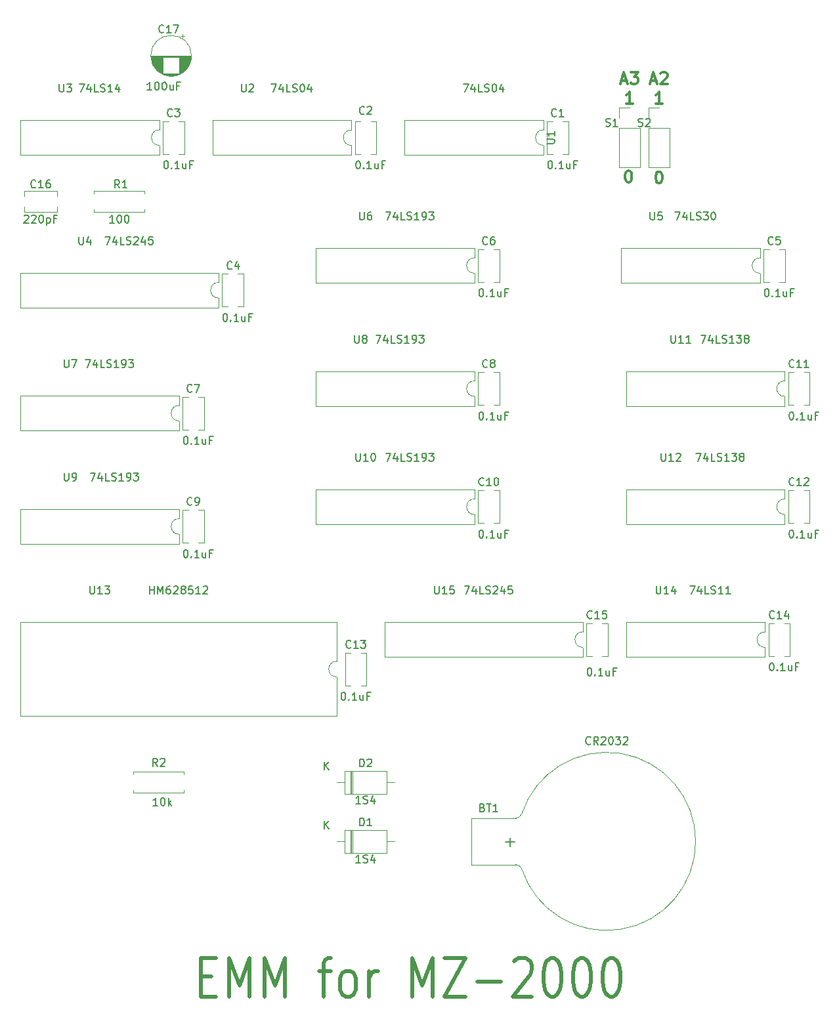
<source format=gto>
G04 #@! TF.GenerationSoftware,KiCad,Pcbnew,(5.1.9)-1*
G04 #@! TF.CreationDate,2025-12-18T14:44:51+09:00*
G04 #@! TF.ProjectId,MZ-2000_EMM,4d5a2d32-3030-4305-9f45-4d4d2e6b6963,rev?*
G04 #@! TF.SameCoordinates,PX20a6660PYbcc1c70*
G04 #@! TF.FileFunction,Legend,Top*
G04 #@! TF.FilePolarity,Positive*
%FSLAX46Y46*%
G04 Gerber Fmt 4.6, Leading zero omitted, Abs format (unit mm)*
G04 Created by KiCad (PCBNEW (5.1.9)-1) date 2025-12-18 14:44:51*
%MOMM*%
%LPD*%
G01*
G04 APERTURE LIST*
%ADD10C,0.150000*%
%ADD11C,0.300000*%
%ADD12C,0.500000*%
%ADD13C,0.120000*%
G04 APERTURE END LIST*
D10*
X25259761Y26841620D02*
X24688333Y26841620D01*
X24974047Y26841620D02*
X24974047Y27841620D01*
X24878809Y27698762D01*
X24783571Y27603524D01*
X24688333Y27555905D01*
X25878809Y27841620D02*
X25974047Y27841620D01*
X26069285Y27794000D01*
X26116904Y27746381D01*
X26164523Y27651143D01*
X26212142Y27460667D01*
X26212142Y27222572D01*
X26164523Y27032096D01*
X26116904Y26936858D01*
X26069285Y26889239D01*
X25974047Y26841620D01*
X25878809Y26841620D01*
X25783571Y26889239D01*
X25735952Y26936858D01*
X25688333Y27032096D01*
X25640714Y27222572D01*
X25640714Y27460667D01*
X25688333Y27651143D01*
X25735952Y27746381D01*
X25783571Y27794000D01*
X25878809Y27841620D01*
X26640714Y26841620D02*
X26640714Y27841620D01*
X26735952Y27222572D02*
X27021666Y26841620D01*
X27021666Y27508286D02*
X26640714Y27127334D01*
X93877142Y55157620D02*
X94543809Y55157620D01*
X94115238Y54157620D01*
X95353333Y54824286D02*
X95353333Y54157620D01*
X95115238Y55205239D02*
X94877142Y54490953D01*
X95496190Y54490953D01*
X96353333Y54157620D02*
X95877142Y54157620D01*
X95877142Y55157620D01*
X96639047Y54205239D02*
X96781904Y54157620D01*
X97020000Y54157620D01*
X97115238Y54205239D01*
X97162857Y54252858D01*
X97210476Y54348096D01*
X97210476Y54443334D01*
X97162857Y54538572D01*
X97115238Y54586191D01*
X97020000Y54633810D01*
X96829523Y54681429D01*
X96734285Y54729048D01*
X96686666Y54776667D01*
X96639047Y54871905D01*
X96639047Y54967143D01*
X96686666Y55062381D01*
X96734285Y55110000D01*
X96829523Y55157620D01*
X97067619Y55157620D01*
X97210476Y55110000D01*
X98162857Y54157620D02*
X97591428Y54157620D01*
X97877142Y54157620D02*
X97877142Y55157620D01*
X97781904Y55014762D01*
X97686666Y54919524D01*
X97591428Y54871905D01*
X99115238Y54157620D02*
X98543809Y54157620D01*
X98829523Y54157620D02*
X98829523Y55157620D01*
X98734285Y55014762D01*
X98639047Y54919524D01*
X98543809Y54871905D01*
X64825952Y55157620D02*
X65492619Y55157620D01*
X65064047Y54157620D01*
X66302142Y54824286D02*
X66302142Y54157620D01*
X66064047Y55205239D02*
X65825952Y54490953D01*
X66445000Y54490953D01*
X67302142Y54157620D02*
X66825952Y54157620D01*
X66825952Y55157620D01*
X67587857Y54205239D02*
X67730714Y54157620D01*
X67968809Y54157620D01*
X68064047Y54205239D01*
X68111666Y54252858D01*
X68159285Y54348096D01*
X68159285Y54443334D01*
X68111666Y54538572D01*
X68064047Y54586191D01*
X67968809Y54633810D01*
X67778333Y54681429D01*
X67683095Y54729048D01*
X67635476Y54776667D01*
X67587857Y54871905D01*
X67587857Y54967143D01*
X67635476Y55062381D01*
X67683095Y55110000D01*
X67778333Y55157620D01*
X68016428Y55157620D01*
X68159285Y55110000D01*
X68540238Y55062381D02*
X68587857Y55110000D01*
X68683095Y55157620D01*
X68921190Y55157620D01*
X69016428Y55110000D01*
X69064047Y55062381D01*
X69111666Y54967143D01*
X69111666Y54871905D01*
X69064047Y54729048D01*
X68492619Y54157620D01*
X69111666Y54157620D01*
X69968809Y54824286D02*
X69968809Y54157620D01*
X69730714Y55205239D02*
X69492619Y54490953D01*
X70111666Y54490953D01*
X70968809Y55157620D02*
X70492619Y55157620D01*
X70445000Y54681429D01*
X70492619Y54729048D01*
X70587857Y54776667D01*
X70825952Y54776667D01*
X70921190Y54729048D01*
X70968809Y54681429D01*
X71016428Y54586191D01*
X71016428Y54348096D01*
X70968809Y54252858D01*
X70921190Y54205239D01*
X70825952Y54157620D01*
X70587857Y54157620D01*
X70492619Y54205239D01*
X70445000Y54252858D01*
X24225714Y54157620D02*
X24225714Y55157620D01*
X24225714Y54681429D02*
X24797142Y54681429D01*
X24797142Y54157620D02*
X24797142Y55157620D01*
X25273333Y54157620D02*
X25273333Y55157620D01*
X25606666Y54443334D01*
X25940000Y55157620D01*
X25940000Y54157620D01*
X26844761Y55157620D02*
X26654285Y55157620D01*
X26559047Y55110000D01*
X26511428Y55062381D01*
X26416190Y54919524D01*
X26368571Y54729048D01*
X26368571Y54348096D01*
X26416190Y54252858D01*
X26463809Y54205239D01*
X26559047Y54157620D01*
X26749523Y54157620D01*
X26844761Y54205239D01*
X26892380Y54252858D01*
X26940000Y54348096D01*
X26940000Y54586191D01*
X26892380Y54681429D01*
X26844761Y54729048D01*
X26749523Y54776667D01*
X26559047Y54776667D01*
X26463809Y54729048D01*
X26416190Y54681429D01*
X26368571Y54586191D01*
X27320952Y55062381D02*
X27368571Y55110000D01*
X27463809Y55157620D01*
X27701904Y55157620D01*
X27797142Y55110000D01*
X27844761Y55062381D01*
X27892380Y54967143D01*
X27892380Y54871905D01*
X27844761Y54729048D01*
X27273333Y54157620D01*
X27892380Y54157620D01*
X28463809Y54729048D02*
X28368571Y54776667D01*
X28320952Y54824286D01*
X28273333Y54919524D01*
X28273333Y54967143D01*
X28320952Y55062381D01*
X28368571Y55110000D01*
X28463809Y55157620D01*
X28654285Y55157620D01*
X28749523Y55110000D01*
X28797142Y55062381D01*
X28844761Y54967143D01*
X28844761Y54919524D01*
X28797142Y54824286D01*
X28749523Y54776667D01*
X28654285Y54729048D01*
X28463809Y54729048D01*
X28368571Y54681429D01*
X28320952Y54633810D01*
X28273333Y54538572D01*
X28273333Y54348096D01*
X28320952Y54252858D01*
X28368571Y54205239D01*
X28463809Y54157620D01*
X28654285Y54157620D01*
X28749523Y54205239D01*
X28797142Y54252858D01*
X28844761Y54348096D01*
X28844761Y54538572D01*
X28797142Y54633810D01*
X28749523Y54681429D01*
X28654285Y54729048D01*
X29749523Y55157620D02*
X29273333Y55157620D01*
X29225714Y54681429D01*
X29273333Y54729048D01*
X29368571Y54776667D01*
X29606666Y54776667D01*
X29701904Y54729048D01*
X29749523Y54681429D01*
X29797142Y54586191D01*
X29797142Y54348096D01*
X29749523Y54252858D01*
X29701904Y54205239D01*
X29606666Y54157620D01*
X29368571Y54157620D01*
X29273333Y54205239D01*
X29225714Y54252858D01*
X30749523Y54157620D02*
X30178095Y54157620D01*
X30463809Y54157620D02*
X30463809Y55157620D01*
X30368571Y55014762D01*
X30273333Y54919524D01*
X30178095Y54871905D01*
X31130476Y55062381D02*
X31178095Y55110000D01*
X31273333Y55157620D01*
X31511428Y55157620D01*
X31606666Y55110000D01*
X31654285Y55062381D01*
X31701904Y54967143D01*
X31701904Y54871905D01*
X31654285Y54729048D01*
X31082857Y54157620D01*
X31701904Y54157620D01*
X94670952Y72302620D02*
X95337619Y72302620D01*
X94909047Y71302620D01*
X96147142Y71969286D02*
X96147142Y71302620D01*
X95909047Y72350239D02*
X95670952Y71635953D01*
X96290000Y71635953D01*
X97147142Y71302620D02*
X96670952Y71302620D01*
X96670952Y72302620D01*
X97432857Y71350239D02*
X97575714Y71302620D01*
X97813809Y71302620D01*
X97909047Y71350239D01*
X97956666Y71397858D01*
X98004285Y71493096D01*
X98004285Y71588334D01*
X97956666Y71683572D01*
X97909047Y71731191D01*
X97813809Y71778810D01*
X97623333Y71826429D01*
X97528095Y71874048D01*
X97480476Y71921667D01*
X97432857Y72016905D01*
X97432857Y72112143D01*
X97480476Y72207381D01*
X97528095Y72255000D01*
X97623333Y72302620D01*
X97861428Y72302620D01*
X98004285Y72255000D01*
X98956666Y71302620D02*
X98385238Y71302620D01*
X98670952Y71302620D02*
X98670952Y72302620D01*
X98575714Y72159762D01*
X98480476Y72064524D01*
X98385238Y72016905D01*
X99290000Y72302620D02*
X99909047Y72302620D01*
X99575714Y71921667D01*
X99718571Y71921667D01*
X99813809Y71874048D01*
X99861428Y71826429D01*
X99909047Y71731191D01*
X99909047Y71493096D01*
X99861428Y71397858D01*
X99813809Y71350239D01*
X99718571Y71302620D01*
X99432857Y71302620D01*
X99337619Y71350239D01*
X99290000Y71397858D01*
X100480476Y71874048D02*
X100385238Y71921667D01*
X100337619Y71969286D01*
X100290000Y72064524D01*
X100290000Y72112143D01*
X100337619Y72207381D01*
X100385238Y72255000D01*
X100480476Y72302620D01*
X100670952Y72302620D01*
X100766190Y72255000D01*
X100813809Y72207381D01*
X100861428Y72112143D01*
X100861428Y72064524D01*
X100813809Y71969286D01*
X100766190Y71921667D01*
X100670952Y71874048D01*
X100480476Y71874048D01*
X100385238Y71826429D01*
X100337619Y71778810D01*
X100290000Y71683572D01*
X100290000Y71493096D01*
X100337619Y71397858D01*
X100385238Y71350239D01*
X100480476Y71302620D01*
X100670952Y71302620D01*
X100766190Y71350239D01*
X100813809Y71397858D01*
X100861428Y71493096D01*
X100861428Y71683572D01*
X100813809Y71778810D01*
X100766190Y71826429D01*
X100670952Y71874048D01*
X54665952Y72302620D02*
X55332619Y72302620D01*
X54904047Y71302620D01*
X56142142Y71969286D02*
X56142142Y71302620D01*
X55904047Y72350239D02*
X55665952Y71635953D01*
X56285000Y71635953D01*
X57142142Y71302620D02*
X56665952Y71302620D01*
X56665952Y72302620D01*
X57427857Y71350239D02*
X57570714Y71302620D01*
X57808809Y71302620D01*
X57904047Y71350239D01*
X57951666Y71397858D01*
X57999285Y71493096D01*
X57999285Y71588334D01*
X57951666Y71683572D01*
X57904047Y71731191D01*
X57808809Y71778810D01*
X57618333Y71826429D01*
X57523095Y71874048D01*
X57475476Y71921667D01*
X57427857Y72016905D01*
X57427857Y72112143D01*
X57475476Y72207381D01*
X57523095Y72255000D01*
X57618333Y72302620D01*
X57856428Y72302620D01*
X57999285Y72255000D01*
X58951666Y71302620D02*
X58380238Y71302620D01*
X58665952Y71302620D02*
X58665952Y72302620D01*
X58570714Y72159762D01*
X58475476Y72064524D01*
X58380238Y72016905D01*
X59427857Y71302620D02*
X59618333Y71302620D01*
X59713571Y71350239D01*
X59761190Y71397858D01*
X59856428Y71540715D01*
X59904047Y71731191D01*
X59904047Y72112143D01*
X59856428Y72207381D01*
X59808809Y72255000D01*
X59713571Y72302620D01*
X59523095Y72302620D01*
X59427857Y72255000D01*
X59380238Y72207381D01*
X59332619Y72112143D01*
X59332619Y71874048D01*
X59380238Y71778810D01*
X59427857Y71731191D01*
X59523095Y71683572D01*
X59713571Y71683572D01*
X59808809Y71731191D01*
X59856428Y71778810D01*
X59904047Y71874048D01*
X60237380Y72302620D02*
X60856428Y72302620D01*
X60523095Y71921667D01*
X60665952Y71921667D01*
X60761190Y71874048D01*
X60808809Y71826429D01*
X60856428Y71731191D01*
X60856428Y71493096D01*
X60808809Y71397858D01*
X60761190Y71350239D01*
X60665952Y71302620D01*
X60380238Y71302620D01*
X60285000Y71350239D01*
X60237380Y71397858D01*
X16565952Y69762620D02*
X17232619Y69762620D01*
X16804047Y68762620D01*
X18042142Y69429286D02*
X18042142Y68762620D01*
X17804047Y69810239D02*
X17565952Y69095953D01*
X18185000Y69095953D01*
X19042142Y68762620D02*
X18565952Y68762620D01*
X18565952Y69762620D01*
X19327857Y68810239D02*
X19470714Y68762620D01*
X19708809Y68762620D01*
X19804047Y68810239D01*
X19851666Y68857858D01*
X19899285Y68953096D01*
X19899285Y69048334D01*
X19851666Y69143572D01*
X19804047Y69191191D01*
X19708809Y69238810D01*
X19518333Y69286429D01*
X19423095Y69334048D01*
X19375476Y69381667D01*
X19327857Y69476905D01*
X19327857Y69572143D01*
X19375476Y69667381D01*
X19423095Y69715000D01*
X19518333Y69762620D01*
X19756428Y69762620D01*
X19899285Y69715000D01*
X20851666Y68762620D02*
X20280238Y68762620D01*
X20565952Y68762620D02*
X20565952Y69762620D01*
X20470714Y69619762D01*
X20375476Y69524524D01*
X20280238Y69476905D01*
X21327857Y68762620D02*
X21518333Y68762620D01*
X21613571Y68810239D01*
X21661190Y68857858D01*
X21756428Y69000715D01*
X21804047Y69191191D01*
X21804047Y69572143D01*
X21756428Y69667381D01*
X21708809Y69715000D01*
X21613571Y69762620D01*
X21423095Y69762620D01*
X21327857Y69715000D01*
X21280238Y69667381D01*
X21232619Y69572143D01*
X21232619Y69334048D01*
X21280238Y69238810D01*
X21327857Y69191191D01*
X21423095Y69143572D01*
X21613571Y69143572D01*
X21708809Y69191191D01*
X21756428Y69238810D01*
X21804047Y69334048D01*
X22137380Y69762620D02*
X22756428Y69762620D01*
X22423095Y69381667D01*
X22565952Y69381667D01*
X22661190Y69334048D01*
X22708809Y69286429D01*
X22756428Y69191191D01*
X22756428Y68953096D01*
X22708809Y68857858D01*
X22661190Y68810239D01*
X22565952Y68762620D01*
X22280238Y68762620D01*
X22185000Y68810239D01*
X22137380Y68857858D01*
X15930952Y84367620D02*
X16597619Y84367620D01*
X16169047Y83367620D01*
X17407142Y84034286D02*
X17407142Y83367620D01*
X17169047Y84415239D02*
X16930952Y83700953D01*
X17550000Y83700953D01*
X18407142Y83367620D02*
X17930952Y83367620D01*
X17930952Y84367620D01*
X18692857Y83415239D02*
X18835714Y83367620D01*
X19073809Y83367620D01*
X19169047Y83415239D01*
X19216666Y83462858D01*
X19264285Y83558096D01*
X19264285Y83653334D01*
X19216666Y83748572D01*
X19169047Y83796191D01*
X19073809Y83843810D01*
X18883333Y83891429D01*
X18788095Y83939048D01*
X18740476Y83986667D01*
X18692857Y84081905D01*
X18692857Y84177143D01*
X18740476Y84272381D01*
X18788095Y84320000D01*
X18883333Y84367620D01*
X19121428Y84367620D01*
X19264285Y84320000D01*
X20216666Y83367620D02*
X19645238Y83367620D01*
X19930952Y83367620D02*
X19930952Y84367620D01*
X19835714Y84224762D01*
X19740476Y84129524D01*
X19645238Y84081905D01*
X20692857Y83367620D02*
X20883333Y83367620D01*
X20978571Y83415239D01*
X21026190Y83462858D01*
X21121428Y83605715D01*
X21169047Y83796191D01*
X21169047Y84177143D01*
X21121428Y84272381D01*
X21073809Y84320000D01*
X20978571Y84367620D01*
X20788095Y84367620D01*
X20692857Y84320000D01*
X20645238Y84272381D01*
X20597619Y84177143D01*
X20597619Y83939048D01*
X20645238Y83843810D01*
X20692857Y83796191D01*
X20788095Y83748572D01*
X20978571Y83748572D01*
X21073809Y83796191D01*
X21121428Y83843810D01*
X21169047Y83939048D01*
X21502380Y84367620D02*
X22121428Y84367620D01*
X21788095Y83986667D01*
X21930952Y83986667D01*
X22026190Y83939048D01*
X22073809Y83891429D01*
X22121428Y83796191D01*
X22121428Y83558096D01*
X22073809Y83462858D01*
X22026190Y83415239D01*
X21930952Y83367620D01*
X21645238Y83367620D01*
X21550000Y83415239D01*
X21502380Y83462858D01*
X53395952Y87542620D02*
X54062619Y87542620D01*
X53634047Y86542620D01*
X54872142Y87209286D02*
X54872142Y86542620D01*
X54634047Y87590239D02*
X54395952Y86875953D01*
X55015000Y86875953D01*
X55872142Y86542620D02*
X55395952Y86542620D01*
X55395952Y87542620D01*
X56157857Y86590239D02*
X56300714Y86542620D01*
X56538809Y86542620D01*
X56634047Y86590239D01*
X56681666Y86637858D01*
X56729285Y86733096D01*
X56729285Y86828334D01*
X56681666Y86923572D01*
X56634047Y86971191D01*
X56538809Y87018810D01*
X56348333Y87066429D01*
X56253095Y87114048D01*
X56205476Y87161667D01*
X56157857Y87256905D01*
X56157857Y87352143D01*
X56205476Y87447381D01*
X56253095Y87495000D01*
X56348333Y87542620D01*
X56586428Y87542620D01*
X56729285Y87495000D01*
X57681666Y86542620D02*
X57110238Y86542620D01*
X57395952Y86542620D02*
X57395952Y87542620D01*
X57300714Y87399762D01*
X57205476Y87304524D01*
X57110238Y87256905D01*
X58157857Y86542620D02*
X58348333Y86542620D01*
X58443571Y86590239D01*
X58491190Y86637858D01*
X58586428Y86780715D01*
X58634047Y86971191D01*
X58634047Y87352143D01*
X58586428Y87447381D01*
X58538809Y87495000D01*
X58443571Y87542620D01*
X58253095Y87542620D01*
X58157857Y87495000D01*
X58110238Y87447381D01*
X58062619Y87352143D01*
X58062619Y87114048D01*
X58110238Y87018810D01*
X58157857Y86971191D01*
X58253095Y86923572D01*
X58443571Y86923572D01*
X58538809Y86971191D01*
X58586428Y87018810D01*
X58634047Y87114048D01*
X58967380Y87542620D02*
X59586428Y87542620D01*
X59253095Y87161667D01*
X59395952Y87161667D01*
X59491190Y87114048D01*
X59538809Y87066429D01*
X59586428Y86971191D01*
X59586428Y86733096D01*
X59538809Y86637858D01*
X59491190Y86590239D01*
X59395952Y86542620D01*
X59110238Y86542620D01*
X59015000Y86590239D01*
X58967380Y86637858D01*
X95305952Y87542620D02*
X95972619Y87542620D01*
X95544047Y86542620D01*
X96782142Y87209286D02*
X96782142Y86542620D01*
X96544047Y87590239D02*
X96305952Y86875953D01*
X96925000Y86875953D01*
X97782142Y86542620D02*
X97305952Y86542620D01*
X97305952Y87542620D01*
X98067857Y86590239D02*
X98210714Y86542620D01*
X98448809Y86542620D01*
X98544047Y86590239D01*
X98591666Y86637858D01*
X98639285Y86733096D01*
X98639285Y86828334D01*
X98591666Y86923572D01*
X98544047Y86971191D01*
X98448809Y87018810D01*
X98258333Y87066429D01*
X98163095Y87114048D01*
X98115476Y87161667D01*
X98067857Y87256905D01*
X98067857Y87352143D01*
X98115476Y87447381D01*
X98163095Y87495000D01*
X98258333Y87542620D01*
X98496428Y87542620D01*
X98639285Y87495000D01*
X99591666Y86542620D02*
X99020238Y86542620D01*
X99305952Y86542620D02*
X99305952Y87542620D01*
X99210714Y87399762D01*
X99115476Y87304524D01*
X99020238Y87256905D01*
X99925000Y87542620D02*
X100544047Y87542620D01*
X100210714Y87161667D01*
X100353571Y87161667D01*
X100448809Y87114048D01*
X100496428Y87066429D01*
X100544047Y86971191D01*
X100544047Y86733096D01*
X100496428Y86637858D01*
X100448809Y86590239D01*
X100353571Y86542620D01*
X100067857Y86542620D01*
X99972619Y86590239D01*
X99925000Y86637858D01*
X101115476Y87114048D02*
X101020238Y87161667D01*
X100972619Y87209286D01*
X100925000Y87304524D01*
X100925000Y87352143D01*
X100972619Y87447381D01*
X101020238Y87495000D01*
X101115476Y87542620D01*
X101305952Y87542620D01*
X101401190Y87495000D01*
X101448809Y87447381D01*
X101496428Y87352143D01*
X101496428Y87304524D01*
X101448809Y87209286D01*
X101401190Y87161667D01*
X101305952Y87114048D01*
X101115476Y87114048D01*
X101020238Y87066429D01*
X100972619Y87018810D01*
X100925000Y86923572D01*
X100925000Y86733096D01*
X100972619Y86637858D01*
X101020238Y86590239D01*
X101115476Y86542620D01*
X101305952Y86542620D01*
X101401190Y86590239D01*
X101448809Y86637858D01*
X101496428Y86733096D01*
X101496428Y86923572D01*
X101448809Y87018810D01*
X101401190Y87066429D01*
X101305952Y87114048D01*
X91972142Y103417620D02*
X92638809Y103417620D01*
X92210238Y102417620D01*
X93448333Y103084286D02*
X93448333Y102417620D01*
X93210238Y103465239D02*
X92972142Y102750953D01*
X93591190Y102750953D01*
X94448333Y102417620D02*
X93972142Y102417620D01*
X93972142Y103417620D01*
X94734047Y102465239D02*
X94876904Y102417620D01*
X95115000Y102417620D01*
X95210238Y102465239D01*
X95257857Y102512858D01*
X95305476Y102608096D01*
X95305476Y102703334D01*
X95257857Y102798572D01*
X95210238Y102846191D01*
X95115000Y102893810D01*
X94924523Y102941429D01*
X94829285Y102989048D01*
X94781666Y103036667D01*
X94734047Y103131905D01*
X94734047Y103227143D01*
X94781666Y103322381D01*
X94829285Y103370000D01*
X94924523Y103417620D01*
X95162619Y103417620D01*
X95305476Y103370000D01*
X95638809Y103417620D02*
X96257857Y103417620D01*
X95924523Y103036667D01*
X96067380Y103036667D01*
X96162619Y102989048D01*
X96210238Y102941429D01*
X96257857Y102846191D01*
X96257857Y102608096D01*
X96210238Y102512858D01*
X96162619Y102465239D01*
X96067380Y102417620D01*
X95781666Y102417620D01*
X95686428Y102465239D01*
X95638809Y102512858D01*
X96876904Y103417620D02*
X96972142Y103417620D01*
X97067380Y103370000D01*
X97115000Y103322381D01*
X97162619Y103227143D01*
X97210238Y103036667D01*
X97210238Y102798572D01*
X97162619Y102608096D01*
X97115000Y102512858D01*
X97067380Y102465239D01*
X96972142Y102417620D01*
X96876904Y102417620D01*
X96781666Y102465239D01*
X96734047Y102512858D01*
X96686428Y102608096D01*
X96638809Y102798572D01*
X96638809Y103036667D01*
X96686428Y103227143D01*
X96734047Y103322381D01*
X96781666Y103370000D01*
X96876904Y103417620D01*
X54665952Y103417620D02*
X55332619Y103417620D01*
X54904047Y102417620D01*
X56142142Y103084286D02*
X56142142Y102417620D01*
X55904047Y103465239D02*
X55665952Y102750953D01*
X56285000Y102750953D01*
X57142142Y102417620D02*
X56665952Y102417620D01*
X56665952Y103417620D01*
X57427857Y102465239D02*
X57570714Y102417620D01*
X57808809Y102417620D01*
X57904047Y102465239D01*
X57951666Y102512858D01*
X57999285Y102608096D01*
X57999285Y102703334D01*
X57951666Y102798572D01*
X57904047Y102846191D01*
X57808809Y102893810D01*
X57618333Y102941429D01*
X57523095Y102989048D01*
X57475476Y103036667D01*
X57427857Y103131905D01*
X57427857Y103227143D01*
X57475476Y103322381D01*
X57523095Y103370000D01*
X57618333Y103417620D01*
X57856428Y103417620D01*
X57999285Y103370000D01*
X58951666Y102417620D02*
X58380238Y102417620D01*
X58665952Y102417620D02*
X58665952Y103417620D01*
X58570714Y103274762D01*
X58475476Y103179524D01*
X58380238Y103131905D01*
X59427857Y102417620D02*
X59618333Y102417620D01*
X59713571Y102465239D01*
X59761190Y102512858D01*
X59856428Y102655715D01*
X59904047Y102846191D01*
X59904047Y103227143D01*
X59856428Y103322381D01*
X59808809Y103370000D01*
X59713571Y103417620D01*
X59523095Y103417620D01*
X59427857Y103370000D01*
X59380238Y103322381D01*
X59332619Y103227143D01*
X59332619Y102989048D01*
X59380238Y102893810D01*
X59427857Y102846191D01*
X59523095Y102798572D01*
X59713571Y102798572D01*
X59808809Y102846191D01*
X59856428Y102893810D01*
X59904047Y102989048D01*
X60237380Y103417620D02*
X60856428Y103417620D01*
X60523095Y103036667D01*
X60665952Y103036667D01*
X60761190Y102989048D01*
X60808809Y102941429D01*
X60856428Y102846191D01*
X60856428Y102608096D01*
X60808809Y102512858D01*
X60761190Y102465239D01*
X60665952Y102417620D01*
X60380238Y102417620D01*
X60285000Y102465239D01*
X60237380Y102512858D01*
X18470952Y100242620D02*
X19137619Y100242620D01*
X18709047Y99242620D01*
X19947142Y99909286D02*
X19947142Y99242620D01*
X19709047Y100290239D02*
X19470952Y99575953D01*
X20090000Y99575953D01*
X20947142Y99242620D02*
X20470952Y99242620D01*
X20470952Y100242620D01*
X21232857Y99290239D02*
X21375714Y99242620D01*
X21613809Y99242620D01*
X21709047Y99290239D01*
X21756666Y99337858D01*
X21804285Y99433096D01*
X21804285Y99528334D01*
X21756666Y99623572D01*
X21709047Y99671191D01*
X21613809Y99718810D01*
X21423333Y99766429D01*
X21328095Y99814048D01*
X21280476Y99861667D01*
X21232857Y99956905D01*
X21232857Y100052143D01*
X21280476Y100147381D01*
X21328095Y100195000D01*
X21423333Y100242620D01*
X21661428Y100242620D01*
X21804285Y100195000D01*
X22185238Y100147381D02*
X22232857Y100195000D01*
X22328095Y100242620D01*
X22566190Y100242620D01*
X22661428Y100195000D01*
X22709047Y100147381D01*
X22756666Y100052143D01*
X22756666Y99956905D01*
X22709047Y99814048D01*
X22137619Y99242620D01*
X22756666Y99242620D01*
X23613809Y99909286D02*
X23613809Y99242620D01*
X23375714Y100290239D02*
X23137619Y99575953D01*
X23756666Y99575953D01*
X24613809Y100242620D02*
X24137619Y100242620D01*
X24090000Y99766429D01*
X24137619Y99814048D01*
X24232857Y99861667D01*
X24470952Y99861667D01*
X24566190Y99814048D01*
X24613809Y99766429D01*
X24661428Y99671191D01*
X24661428Y99433096D01*
X24613809Y99337858D01*
X24566190Y99290239D01*
X24470952Y99242620D01*
X24232857Y99242620D01*
X24137619Y99290239D01*
X24090000Y99337858D01*
X64667142Y119927620D02*
X65333809Y119927620D01*
X64905238Y118927620D01*
X66143333Y119594286D02*
X66143333Y118927620D01*
X65905238Y119975239D02*
X65667142Y119260953D01*
X66286190Y119260953D01*
X67143333Y118927620D02*
X66667142Y118927620D01*
X66667142Y119927620D01*
X67429047Y118975239D02*
X67571904Y118927620D01*
X67810000Y118927620D01*
X67905238Y118975239D01*
X67952857Y119022858D01*
X68000476Y119118096D01*
X68000476Y119213334D01*
X67952857Y119308572D01*
X67905238Y119356191D01*
X67810000Y119403810D01*
X67619523Y119451429D01*
X67524285Y119499048D01*
X67476666Y119546667D01*
X67429047Y119641905D01*
X67429047Y119737143D01*
X67476666Y119832381D01*
X67524285Y119880000D01*
X67619523Y119927620D01*
X67857619Y119927620D01*
X68000476Y119880000D01*
X68619523Y119927620D02*
X68714761Y119927620D01*
X68810000Y119880000D01*
X68857619Y119832381D01*
X68905238Y119737143D01*
X68952857Y119546667D01*
X68952857Y119308572D01*
X68905238Y119118096D01*
X68857619Y119022858D01*
X68810000Y118975239D01*
X68714761Y118927620D01*
X68619523Y118927620D01*
X68524285Y118975239D01*
X68476666Y119022858D01*
X68429047Y119118096D01*
X68381428Y119308572D01*
X68381428Y119546667D01*
X68429047Y119737143D01*
X68476666Y119832381D01*
X68524285Y119880000D01*
X68619523Y119927620D01*
X69810000Y119594286D02*
X69810000Y118927620D01*
X69571904Y119975239D02*
X69333809Y119260953D01*
X69952857Y119260953D01*
X39902142Y119927620D02*
X40568809Y119927620D01*
X40140238Y118927620D01*
X41378333Y119594286D02*
X41378333Y118927620D01*
X41140238Y119975239D02*
X40902142Y119260953D01*
X41521190Y119260953D01*
X42378333Y118927620D02*
X41902142Y118927620D01*
X41902142Y119927620D01*
X42664047Y118975239D02*
X42806904Y118927620D01*
X43045000Y118927620D01*
X43140238Y118975239D01*
X43187857Y119022858D01*
X43235476Y119118096D01*
X43235476Y119213334D01*
X43187857Y119308572D01*
X43140238Y119356191D01*
X43045000Y119403810D01*
X42854523Y119451429D01*
X42759285Y119499048D01*
X42711666Y119546667D01*
X42664047Y119641905D01*
X42664047Y119737143D01*
X42711666Y119832381D01*
X42759285Y119880000D01*
X42854523Y119927620D01*
X43092619Y119927620D01*
X43235476Y119880000D01*
X43854523Y119927620D02*
X43949761Y119927620D01*
X44045000Y119880000D01*
X44092619Y119832381D01*
X44140238Y119737143D01*
X44187857Y119546667D01*
X44187857Y119308572D01*
X44140238Y119118096D01*
X44092619Y119022858D01*
X44045000Y118975239D01*
X43949761Y118927620D01*
X43854523Y118927620D01*
X43759285Y118975239D01*
X43711666Y119022858D01*
X43664047Y119118096D01*
X43616428Y119308572D01*
X43616428Y119546667D01*
X43664047Y119737143D01*
X43711666Y119832381D01*
X43759285Y119880000D01*
X43854523Y119927620D01*
X45045000Y119594286D02*
X45045000Y118927620D01*
X44806904Y119975239D02*
X44568809Y119260953D01*
X45187857Y119260953D01*
X15137142Y119927620D02*
X15803809Y119927620D01*
X15375238Y118927620D01*
X16613333Y119594286D02*
X16613333Y118927620D01*
X16375238Y119975239D02*
X16137142Y119260953D01*
X16756190Y119260953D01*
X17613333Y118927620D02*
X17137142Y118927620D01*
X17137142Y119927620D01*
X17899047Y118975239D02*
X18041904Y118927620D01*
X18280000Y118927620D01*
X18375238Y118975239D01*
X18422857Y119022858D01*
X18470476Y119118096D01*
X18470476Y119213334D01*
X18422857Y119308572D01*
X18375238Y119356191D01*
X18280000Y119403810D01*
X18089523Y119451429D01*
X17994285Y119499048D01*
X17946666Y119546667D01*
X17899047Y119641905D01*
X17899047Y119737143D01*
X17946666Y119832381D01*
X17994285Y119880000D01*
X18089523Y119927620D01*
X18327619Y119927620D01*
X18470476Y119880000D01*
X19422857Y118927620D02*
X18851428Y118927620D01*
X19137142Y118927620D02*
X19137142Y119927620D01*
X19041904Y119784762D01*
X18946666Y119689524D01*
X18851428Y119641905D01*
X20280000Y119594286D02*
X20280000Y118927620D01*
X20041904Y119975239D02*
X19803809Y119260953D01*
X20422857Y119260953D01*
D11*
X88844571Y120400000D02*
X89558857Y120400000D01*
X88701714Y119971429D02*
X89201714Y121471429D01*
X89701714Y119971429D01*
X90130285Y121328572D02*
X90201714Y121400000D01*
X90344571Y121471429D01*
X90701714Y121471429D01*
X90844571Y121400000D01*
X90916000Y121328572D01*
X90987428Y121185715D01*
X90987428Y121042858D01*
X90916000Y120828572D01*
X90058857Y119971429D01*
X90987428Y119971429D01*
X85034571Y120400000D02*
X85748857Y120400000D01*
X84891714Y119971429D02*
X85391714Y121471429D01*
X85891714Y119971429D01*
X86248857Y121471429D02*
X87177428Y121471429D01*
X86677428Y120900000D01*
X86891714Y120900000D01*
X87034571Y120828572D01*
X87106000Y120757143D01*
X87177428Y120614286D01*
X87177428Y120257143D01*
X87106000Y120114286D01*
X87034571Y120042858D01*
X86891714Y119971429D01*
X86463142Y119971429D01*
X86320285Y120042858D01*
X86248857Y120114286D01*
X90344571Y117431429D02*
X89487428Y117431429D01*
X89916000Y117431429D02*
X89916000Y118931429D01*
X89773142Y118717143D01*
X89630285Y118574286D01*
X89487428Y118502858D01*
X86534571Y117431429D02*
X85677428Y117431429D01*
X86106000Y117431429D02*
X86106000Y118931429D01*
X85963142Y118717143D01*
X85820285Y118574286D01*
X85677428Y118502858D01*
X89844571Y108644429D02*
X89987428Y108644429D01*
X90130285Y108573000D01*
X90201714Y108501572D01*
X90273142Y108358715D01*
X90344571Y108073000D01*
X90344571Y107715858D01*
X90273142Y107430143D01*
X90201714Y107287286D01*
X90130285Y107215858D01*
X89987428Y107144429D01*
X89844571Y107144429D01*
X89701714Y107215858D01*
X89630285Y107287286D01*
X89558857Y107430143D01*
X89487428Y107715858D01*
X89487428Y108073000D01*
X89558857Y108358715D01*
X89630285Y108501572D01*
X89701714Y108573000D01*
X89844571Y108644429D01*
X85907571Y108771429D02*
X86050428Y108771429D01*
X86193285Y108700000D01*
X86264714Y108628572D01*
X86336142Y108485715D01*
X86407571Y108200000D01*
X86407571Y107842858D01*
X86336142Y107557143D01*
X86264714Y107414286D01*
X86193285Y107342858D01*
X86050428Y107271429D01*
X85907571Y107271429D01*
X85764714Y107342858D01*
X85693285Y107414286D01*
X85621857Y107557143D01*
X85550428Y107842858D01*
X85550428Y108200000D01*
X85621857Y108485715D01*
X85693285Y108628572D01*
X85764714Y108700000D01*
X85907571Y108771429D01*
D10*
X8040952Y102941381D02*
X8088571Y102989000D01*
X8183809Y103036620D01*
X8421904Y103036620D01*
X8517142Y102989000D01*
X8564761Y102941381D01*
X8612380Y102846143D01*
X8612380Y102750905D01*
X8564761Y102608048D01*
X7993333Y102036620D01*
X8612380Y102036620D01*
X8993333Y102941381D02*
X9040952Y102989000D01*
X9136190Y103036620D01*
X9374285Y103036620D01*
X9469523Y102989000D01*
X9517142Y102941381D01*
X9564761Y102846143D01*
X9564761Y102750905D01*
X9517142Y102608048D01*
X8945714Y102036620D01*
X9564761Y102036620D01*
X10183809Y103036620D02*
X10279047Y103036620D01*
X10374285Y102989000D01*
X10421904Y102941381D01*
X10469523Y102846143D01*
X10517142Y102655667D01*
X10517142Y102417572D01*
X10469523Y102227096D01*
X10421904Y102131858D01*
X10374285Y102084239D01*
X10279047Y102036620D01*
X10183809Y102036620D01*
X10088571Y102084239D01*
X10040952Y102131858D01*
X9993333Y102227096D01*
X9945714Y102417572D01*
X9945714Y102655667D01*
X9993333Y102846143D01*
X10040952Y102941381D01*
X10088571Y102989000D01*
X10183809Y103036620D01*
X10945714Y102703286D02*
X10945714Y101703286D01*
X10945714Y102655667D02*
X11040952Y102703286D01*
X11231428Y102703286D01*
X11326666Y102655667D01*
X11374285Y102608048D01*
X11421904Y102512810D01*
X11421904Y102227096D01*
X11374285Y102131858D01*
X11326666Y102084239D01*
X11231428Y102036620D01*
X11040952Y102036620D01*
X10945714Y102084239D01*
X12183809Y102560429D02*
X11850476Y102560429D01*
X11850476Y102036620D02*
X11850476Y103036620D01*
X12326666Y103036620D01*
X19653333Y102036620D02*
X19081904Y102036620D01*
X19367619Y102036620D02*
X19367619Y103036620D01*
X19272380Y102893762D01*
X19177142Y102798524D01*
X19081904Y102750905D01*
X20272380Y103036620D02*
X20367619Y103036620D01*
X20462857Y102989000D01*
X20510476Y102941381D01*
X20558095Y102846143D01*
X20605714Y102655667D01*
X20605714Y102417572D01*
X20558095Y102227096D01*
X20510476Y102131858D01*
X20462857Y102084239D01*
X20367619Y102036620D01*
X20272380Y102036620D01*
X20177142Y102084239D01*
X20129523Y102131858D01*
X20081904Y102227096D01*
X20034285Y102417572D01*
X20034285Y102655667D01*
X20081904Y102846143D01*
X20129523Y102941381D01*
X20177142Y102989000D01*
X20272380Y103036620D01*
X21224761Y103036620D02*
X21320000Y103036620D01*
X21415238Y102989000D01*
X21462857Y102941381D01*
X21510476Y102846143D01*
X21558095Y102655667D01*
X21558095Y102417572D01*
X21510476Y102227096D01*
X21462857Y102131858D01*
X21415238Y102084239D01*
X21320000Y102036620D01*
X21224761Y102036620D01*
X21129523Y102084239D01*
X21081904Y102131858D01*
X21034285Y102227096D01*
X20986666Y102417572D01*
X20986666Y102655667D01*
X21034285Y102846143D01*
X21081904Y102941381D01*
X21129523Y102989000D01*
X21224761Y103036620D01*
X51403333Y27106620D02*
X50831904Y27106620D01*
X51117619Y27106620D02*
X51117619Y28106620D01*
X51022380Y27963762D01*
X50927142Y27868524D01*
X50831904Y27820905D01*
X51784285Y27154239D02*
X51927142Y27106620D01*
X52165238Y27106620D01*
X52260476Y27154239D01*
X52308095Y27201858D01*
X52355714Y27297096D01*
X52355714Y27392334D01*
X52308095Y27487572D01*
X52260476Y27535191D01*
X52165238Y27582810D01*
X51974761Y27630429D01*
X51879523Y27678048D01*
X51831904Y27725667D01*
X51784285Y27820905D01*
X51784285Y27916143D01*
X51831904Y28011381D01*
X51879523Y28059000D01*
X51974761Y28106620D01*
X52212857Y28106620D01*
X52355714Y28059000D01*
X53212857Y27773286D02*
X53212857Y27106620D01*
X52974761Y28154239D02*
X52736666Y27439953D01*
X53355714Y27439953D01*
X51403333Y19486620D02*
X50831904Y19486620D01*
X51117619Y19486620D02*
X51117619Y20486620D01*
X51022380Y20343762D01*
X50927142Y20248524D01*
X50831904Y20200905D01*
X51784285Y19534239D02*
X51927142Y19486620D01*
X52165238Y19486620D01*
X52260476Y19534239D01*
X52308095Y19581858D01*
X52355714Y19677096D01*
X52355714Y19772334D01*
X52308095Y19867572D01*
X52260476Y19915191D01*
X52165238Y19962810D01*
X51974761Y20010429D01*
X51879523Y20058048D01*
X51831904Y20105667D01*
X51784285Y20200905D01*
X51784285Y20296143D01*
X51831904Y20391381D01*
X51879523Y20439000D01*
X51974761Y20486620D01*
X52212857Y20486620D01*
X52355714Y20439000D01*
X53212857Y20153286D02*
X53212857Y19486620D01*
X52974761Y20534239D02*
X52736666Y19819953D01*
X53355714Y19819953D01*
X81089761Y34821858D02*
X81042142Y34774239D01*
X80899285Y34726620D01*
X80804047Y34726620D01*
X80661190Y34774239D01*
X80565952Y34869477D01*
X80518333Y34964715D01*
X80470714Y35155191D01*
X80470714Y35298048D01*
X80518333Y35488524D01*
X80565952Y35583762D01*
X80661190Y35679000D01*
X80804047Y35726620D01*
X80899285Y35726620D01*
X81042142Y35679000D01*
X81089761Y35631381D01*
X82089761Y34726620D02*
X81756428Y35202810D01*
X81518333Y34726620D02*
X81518333Y35726620D01*
X81899285Y35726620D01*
X81994523Y35679000D01*
X82042142Y35631381D01*
X82089761Y35536143D01*
X82089761Y35393286D01*
X82042142Y35298048D01*
X81994523Y35250429D01*
X81899285Y35202810D01*
X81518333Y35202810D01*
X82470714Y35631381D02*
X82518333Y35679000D01*
X82613571Y35726620D01*
X82851666Y35726620D01*
X82946904Y35679000D01*
X82994523Y35631381D01*
X83042142Y35536143D01*
X83042142Y35440905D01*
X82994523Y35298048D01*
X82423095Y34726620D01*
X83042142Y34726620D01*
X83661190Y35726620D02*
X83756428Y35726620D01*
X83851666Y35679000D01*
X83899285Y35631381D01*
X83946904Y35536143D01*
X83994523Y35345667D01*
X83994523Y35107572D01*
X83946904Y34917096D01*
X83899285Y34821858D01*
X83851666Y34774239D01*
X83756428Y34726620D01*
X83661190Y34726620D01*
X83565952Y34774239D01*
X83518333Y34821858D01*
X83470714Y34917096D01*
X83423095Y35107572D01*
X83423095Y35345667D01*
X83470714Y35536143D01*
X83518333Y35631381D01*
X83565952Y35679000D01*
X83661190Y35726620D01*
X84327857Y35726620D02*
X84946904Y35726620D01*
X84613571Y35345667D01*
X84756428Y35345667D01*
X84851666Y35298048D01*
X84899285Y35250429D01*
X84946904Y35155191D01*
X84946904Y34917096D01*
X84899285Y34821858D01*
X84851666Y34774239D01*
X84756428Y34726620D01*
X84470714Y34726620D01*
X84375476Y34774239D01*
X84327857Y34821858D01*
X85327857Y35631381D02*
X85375476Y35679000D01*
X85470714Y35726620D01*
X85708809Y35726620D01*
X85804047Y35679000D01*
X85851666Y35631381D01*
X85899285Y35536143D01*
X85899285Y35440905D01*
X85851666Y35298048D01*
X85280238Y34726620D01*
X85899285Y34726620D01*
X49157142Y41441620D02*
X49252380Y41441620D01*
X49347619Y41394000D01*
X49395238Y41346381D01*
X49442857Y41251143D01*
X49490476Y41060667D01*
X49490476Y40822572D01*
X49442857Y40632096D01*
X49395238Y40536858D01*
X49347619Y40489239D01*
X49252380Y40441620D01*
X49157142Y40441620D01*
X49061904Y40489239D01*
X49014285Y40536858D01*
X48966666Y40632096D01*
X48919047Y40822572D01*
X48919047Y41060667D01*
X48966666Y41251143D01*
X49014285Y41346381D01*
X49061904Y41394000D01*
X49157142Y41441620D01*
X49919047Y40536858D02*
X49966666Y40489239D01*
X49919047Y40441620D01*
X49871428Y40489239D01*
X49919047Y40536858D01*
X49919047Y40441620D01*
X50919047Y40441620D02*
X50347619Y40441620D01*
X50633333Y40441620D02*
X50633333Y41441620D01*
X50538095Y41298762D01*
X50442857Y41203524D01*
X50347619Y41155905D01*
X51776190Y41108286D02*
X51776190Y40441620D01*
X51347619Y41108286D02*
X51347619Y40584477D01*
X51395238Y40489239D01*
X51490476Y40441620D01*
X51633333Y40441620D01*
X51728571Y40489239D01*
X51776190Y40536858D01*
X52585714Y40965429D02*
X52252380Y40965429D01*
X52252380Y40441620D02*
X52252380Y41441620D01*
X52728571Y41441620D01*
X80907142Y44616620D02*
X81002380Y44616620D01*
X81097619Y44569000D01*
X81145238Y44521381D01*
X81192857Y44426143D01*
X81240476Y44235667D01*
X81240476Y43997572D01*
X81192857Y43807096D01*
X81145238Y43711858D01*
X81097619Y43664239D01*
X81002380Y43616620D01*
X80907142Y43616620D01*
X80811904Y43664239D01*
X80764285Y43711858D01*
X80716666Y43807096D01*
X80669047Y43997572D01*
X80669047Y44235667D01*
X80716666Y44426143D01*
X80764285Y44521381D01*
X80811904Y44569000D01*
X80907142Y44616620D01*
X81669047Y43711858D02*
X81716666Y43664239D01*
X81669047Y43616620D01*
X81621428Y43664239D01*
X81669047Y43711858D01*
X81669047Y43616620D01*
X82669047Y43616620D02*
X82097619Y43616620D01*
X82383333Y43616620D02*
X82383333Y44616620D01*
X82288095Y44473762D01*
X82192857Y44378524D01*
X82097619Y44330905D01*
X83526190Y44283286D02*
X83526190Y43616620D01*
X83097619Y44283286D02*
X83097619Y43759477D01*
X83145238Y43664239D01*
X83240476Y43616620D01*
X83383333Y43616620D01*
X83478571Y43664239D01*
X83526190Y43711858D01*
X84335714Y44140429D02*
X84002380Y44140429D01*
X84002380Y43616620D02*
X84002380Y44616620D01*
X84478571Y44616620D01*
X104402142Y45251620D02*
X104497380Y45251620D01*
X104592619Y45204000D01*
X104640238Y45156381D01*
X104687857Y45061143D01*
X104735476Y44870667D01*
X104735476Y44632572D01*
X104687857Y44442096D01*
X104640238Y44346858D01*
X104592619Y44299239D01*
X104497380Y44251620D01*
X104402142Y44251620D01*
X104306904Y44299239D01*
X104259285Y44346858D01*
X104211666Y44442096D01*
X104164047Y44632572D01*
X104164047Y44870667D01*
X104211666Y45061143D01*
X104259285Y45156381D01*
X104306904Y45204000D01*
X104402142Y45251620D01*
X105164047Y44346858D02*
X105211666Y44299239D01*
X105164047Y44251620D01*
X105116428Y44299239D01*
X105164047Y44346858D01*
X105164047Y44251620D01*
X106164047Y44251620D02*
X105592619Y44251620D01*
X105878333Y44251620D02*
X105878333Y45251620D01*
X105783095Y45108762D01*
X105687857Y45013524D01*
X105592619Y44965905D01*
X107021190Y44918286D02*
X107021190Y44251620D01*
X106592619Y44918286D02*
X106592619Y44394477D01*
X106640238Y44299239D01*
X106735476Y44251620D01*
X106878333Y44251620D01*
X106973571Y44299239D01*
X107021190Y44346858D01*
X107830714Y44775429D02*
X107497380Y44775429D01*
X107497380Y44251620D02*
X107497380Y45251620D01*
X107973571Y45251620D01*
X106942142Y62396620D02*
X107037380Y62396620D01*
X107132619Y62349000D01*
X107180238Y62301381D01*
X107227857Y62206143D01*
X107275476Y62015667D01*
X107275476Y61777572D01*
X107227857Y61587096D01*
X107180238Y61491858D01*
X107132619Y61444239D01*
X107037380Y61396620D01*
X106942142Y61396620D01*
X106846904Y61444239D01*
X106799285Y61491858D01*
X106751666Y61587096D01*
X106704047Y61777572D01*
X106704047Y62015667D01*
X106751666Y62206143D01*
X106799285Y62301381D01*
X106846904Y62349000D01*
X106942142Y62396620D01*
X107704047Y61491858D02*
X107751666Y61444239D01*
X107704047Y61396620D01*
X107656428Y61444239D01*
X107704047Y61491858D01*
X107704047Y61396620D01*
X108704047Y61396620D02*
X108132619Y61396620D01*
X108418333Y61396620D02*
X108418333Y62396620D01*
X108323095Y62253762D01*
X108227857Y62158524D01*
X108132619Y62110905D01*
X109561190Y62063286D02*
X109561190Y61396620D01*
X109132619Y62063286D02*
X109132619Y61539477D01*
X109180238Y61444239D01*
X109275476Y61396620D01*
X109418333Y61396620D01*
X109513571Y61444239D01*
X109561190Y61491858D01*
X110370714Y61920429D02*
X110037380Y61920429D01*
X110037380Y61396620D02*
X110037380Y62396620D01*
X110513571Y62396620D01*
X66937142Y62396620D02*
X67032380Y62396620D01*
X67127619Y62349000D01*
X67175238Y62301381D01*
X67222857Y62206143D01*
X67270476Y62015667D01*
X67270476Y61777572D01*
X67222857Y61587096D01*
X67175238Y61491858D01*
X67127619Y61444239D01*
X67032380Y61396620D01*
X66937142Y61396620D01*
X66841904Y61444239D01*
X66794285Y61491858D01*
X66746666Y61587096D01*
X66699047Y61777572D01*
X66699047Y62015667D01*
X66746666Y62206143D01*
X66794285Y62301381D01*
X66841904Y62349000D01*
X66937142Y62396620D01*
X67699047Y61491858D02*
X67746666Y61444239D01*
X67699047Y61396620D01*
X67651428Y61444239D01*
X67699047Y61491858D01*
X67699047Y61396620D01*
X68699047Y61396620D02*
X68127619Y61396620D01*
X68413333Y61396620D02*
X68413333Y62396620D01*
X68318095Y62253762D01*
X68222857Y62158524D01*
X68127619Y62110905D01*
X69556190Y62063286D02*
X69556190Y61396620D01*
X69127619Y62063286D02*
X69127619Y61539477D01*
X69175238Y61444239D01*
X69270476Y61396620D01*
X69413333Y61396620D01*
X69508571Y61444239D01*
X69556190Y61491858D01*
X70365714Y61920429D02*
X70032380Y61920429D01*
X70032380Y61396620D02*
X70032380Y62396620D01*
X70508571Y62396620D01*
X28837142Y59856620D02*
X28932380Y59856620D01*
X29027619Y59809000D01*
X29075238Y59761381D01*
X29122857Y59666143D01*
X29170476Y59475667D01*
X29170476Y59237572D01*
X29122857Y59047096D01*
X29075238Y58951858D01*
X29027619Y58904239D01*
X28932380Y58856620D01*
X28837142Y58856620D01*
X28741904Y58904239D01*
X28694285Y58951858D01*
X28646666Y59047096D01*
X28599047Y59237572D01*
X28599047Y59475667D01*
X28646666Y59666143D01*
X28694285Y59761381D01*
X28741904Y59809000D01*
X28837142Y59856620D01*
X29599047Y58951858D02*
X29646666Y58904239D01*
X29599047Y58856620D01*
X29551428Y58904239D01*
X29599047Y58951858D01*
X29599047Y58856620D01*
X30599047Y58856620D02*
X30027619Y58856620D01*
X30313333Y58856620D02*
X30313333Y59856620D01*
X30218095Y59713762D01*
X30122857Y59618524D01*
X30027619Y59570905D01*
X31456190Y59523286D02*
X31456190Y58856620D01*
X31027619Y59523286D02*
X31027619Y58999477D01*
X31075238Y58904239D01*
X31170476Y58856620D01*
X31313333Y58856620D01*
X31408571Y58904239D01*
X31456190Y58951858D01*
X32265714Y59380429D02*
X31932380Y59380429D01*
X31932380Y58856620D02*
X31932380Y59856620D01*
X32408571Y59856620D01*
X28837142Y74461620D02*
X28932380Y74461620D01*
X29027619Y74414000D01*
X29075238Y74366381D01*
X29122857Y74271143D01*
X29170476Y74080667D01*
X29170476Y73842572D01*
X29122857Y73652096D01*
X29075238Y73556858D01*
X29027619Y73509239D01*
X28932380Y73461620D01*
X28837142Y73461620D01*
X28741904Y73509239D01*
X28694285Y73556858D01*
X28646666Y73652096D01*
X28599047Y73842572D01*
X28599047Y74080667D01*
X28646666Y74271143D01*
X28694285Y74366381D01*
X28741904Y74414000D01*
X28837142Y74461620D01*
X29599047Y73556858D02*
X29646666Y73509239D01*
X29599047Y73461620D01*
X29551428Y73509239D01*
X29599047Y73556858D01*
X29599047Y73461620D01*
X30599047Y73461620D02*
X30027619Y73461620D01*
X30313333Y73461620D02*
X30313333Y74461620D01*
X30218095Y74318762D01*
X30122857Y74223524D01*
X30027619Y74175905D01*
X31456190Y74128286D02*
X31456190Y73461620D01*
X31027619Y74128286D02*
X31027619Y73604477D01*
X31075238Y73509239D01*
X31170476Y73461620D01*
X31313333Y73461620D01*
X31408571Y73509239D01*
X31456190Y73556858D01*
X32265714Y73985429D02*
X31932380Y73985429D01*
X31932380Y73461620D02*
X31932380Y74461620D01*
X32408571Y74461620D01*
X66937142Y77636620D02*
X67032380Y77636620D01*
X67127619Y77589000D01*
X67175238Y77541381D01*
X67222857Y77446143D01*
X67270476Y77255667D01*
X67270476Y77017572D01*
X67222857Y76827096D01*
X67175238Y76731858D01*
X67127619Y76684239D01*
X67032380Y76636620D01*
X66937142Y76636620D01*
X66841904Y76684239D01*
X66794285Y76731858D01*
X66746666Y76827096D01*
X66699047Y77017572D01*
X66699047Y77255667D01*
X66746666Y77446143D01*
X66794285Y77541381D01*
X66841904Y77589000D01*
X66937142Y77636620D01*
X67699047Y76731858D02*
X67746666Y76684239D01*
X67699047Y76636620D01*
X67651428Y76684239D01*
X67699047Y76731858D01*
X67699047Y76636620D01*
X68699047Y76636620D02*
X68127619Y76636620D01*
X68413333Y76636620D02*
X68413333Y77636620D01*
X68318095Y77493762D01*
X68222857Y77398524D01*
X68127619Y77350905D01*
X69556190Y77303286D02*
X69556190Y76636620D01*
X69127619Y77303286D02*
X69127619Y76779477D01*
X69175238Y76684239D01*
X69270476Y76636620D01*
X69413333Y76636620D01*
X69508571Y76684239D01*
X69556190Y76731858D01*
X70365714Y77160429D02*
X70032380Y77160429D01*
X70032380Y76636620D02*
X70032380Y77636620D01*
X70508571Y77636620D01*
X106942142Y77636620D02*
X107037380Y77636620D01*
X107132619Y77589000D01*
X107180238Y77541381D01*
X107227857Y77446143D01*
X107275476Y77255667D01*
X107275476Y77017572D01*
X107227857Y76827096D01*
X107180238Y76731858D01*
X107132619Y76684239D01*
X107037380Y76636620D01*
X106942142Y76636620D01*
X106846904Y76684239D01*
X106799285Y76731858D01*
X106751666Y76827096D01*
X106704047Y77017572D01*
X106704047Y77255667D01*
X106751666Y77446143D01*
X106799285Y77541381D01*
X106846904Y77589000D01*
X106942142Y77636620D01*
X107704047Y76731858D02*
X107751666Y76684239D01*
X107704047Y76636620D01*
X107656428Y76684239D01*
X107704047Y76731858D01*
X107704047Y76636620D01*
X108704047Y76636620D02*
X108132619Y76636620D01*
X108418333Y76636620D02*
X108418333Y77636620D01*
X108323095Y77493762D01*
X108227857Y77398524D01*
X108132619Y77350905D01*
X109561190Y77303286D02*
X109561190Y76636620D01*
X109132619Y77303286D02*
X109132619Y76779477D01*
X109180238Y76684239D01*
X109275476Y76636620D01*
X109418333Y76636620D01*
X109513571Y76684239D01*
X109561190Y76731858D01*
X110370714Y77160429D02*
X110037380Y77160429D01*
X110037380Y76636620D02*
X110037380Y77636620D01*
X110513571Y77636620D01*
X103767142Y93511620D02*
X103862380Y93511620D01*
X103957619Y93464000D01*
X104005238Y93416381D01*
X104052857Y93321143D01*
X104100476Y93130667D01*
X104100476Y92892572D01*
X104052857Y92702096D01*
X104005238Y92606858D01*
X103957619Y92559239D01*
X103862380Y92511620D01*
X103767142Y92511620D01*
X103671904Y92559239D01*
X103624285Y92606858D01*
X103576666Y92702096D01*
X103529047Y92892572D01*
X103529047Y93130667D01*
X103576666Y93321143D01*
X103624285Y93416381D01*
X103671904Y93464000D01*
X103767142Y93511620D01*
X104529047Y92606858D02*
X104576666Y92559239D01*
X104529047Y92511620D01*
X104481428Y92559239D01*
X104529047Y92606858D01*
X104529047Y92511620D01*
X105529047Y92511620D02*
X104957619Y92511620D01*
X105243333Y92511620D02*
X105243333Y93511620D01*
X105148095Y93368762D01*
X105052857Y93273524D01*
X104957619Y93225905D01*
X106386190Y93178286D02*
X106386190Y92511620D01*
X105957619Y93178286D02*
X105957619Y92654477D01*
X106005238Y92559239D01*
X106100476Y92511620D01*
X106243333Y92511620D01*
X106338571Y92559239D01*
X106386190Y92606858D01*
X107195714Y93035429D02*
X106862380Y93035429D01*
X106862380Y92511620D02*
X106862380Y93511620D01*
X107338571Y93511620D01*
X66937142Y93511620D02*
X67032380Y93511620D01*
X67127619Y93464000D01*
X67175238Y93416381D01*
X67222857Y93321143D01*
X67270476Y93130667D01*
X67270476Y92892572D01*
X67222857Y92702096D01*
X67175238Y92606858D01*
X67127619Y92559239D01*
X67032380Y92511620D01*
X66937142Y92511620D01*
X66841904Y92559239D01*
X66794285Y92606858D01*
X66746666Y92702096D01*
X66699047Y92892572D01*
X66699047Y93130667D01*
X66746666Y93321143D01*
X66794285Y93416381D01*
X66841904Y93464000D01*
X66937142Y93511620D01*
X67699047Y92606858D02*
X67746666Y92559239D01*
X67699047Y92511620D01*
X67651428Y92559239D01*
X67699047Y92606858D01*
X67699047Y92511620D01*
X68699047Y92511620D02*
X68127619Y92511620D01*
X68413333Y92511620D02*
X68413333Y93511620D01*
X68318095Y93368762D01*
X68222857Y93273524D01*
X68127619Y93225905D01*
X69556190Y93178286D02*
X69556190Y92511620D01*
X69127619Y93178286D02*
X69127619Y92654477D01*
X69175238Y92559239D01*
X69270476Y92511620D01*
X69413333Y92511620D01*
X69508571Y92559239D01*
X69556190Y92606858D01*
X70365714Y93035429D02*
X70032380Y93035429D01*
X70032380Y92511620D02*
X70032380Y93511620D01*
X70508571Y93511620D01*
X33917142Y90336620D02*
X34012380Y90336620D01*
X34107619Y90289000D01*
X34155238Y90241381D01*
X34202857Y90146143D01*
X34250476Y89955667D01*
X34250476Y89717572D01*
X34202857Y89527096D01*
X34155238Y89431858D01*
X34107619Y89384239D01*
X34012380Y89336620D01*
X33917142Y89336620D01*
X33821904Y89384239D01*
X33774285Y89431858D01*
X33726666Y89527096D01*
X33679047Y89717572D01*
X33679047Y89955667D01*
X33726666Y90146143D01*
X33774285Y90241381D01*
X33821904Y90289000D01*
X33917142Y90336620D01*
X34679047Y89431858D02*
X34726666Y89384239D01*
X34679047Y89336620D01*
X34631428Y89384239D01*
X34679047Y89431858D01*
X34679047Y89336620D01*
X35679047Y89336620D02*
X35107619Y89336620D01*
X35393333Y89336620D02*
X35393333Y90336620D01*
X35298095Y90193762D01*
X35202857Y90098524D01*
X35107619Y90050905D01*
X36536190Y90003286D02*
X36536190Y89336620D01*
X36107619Y90003286D02*
X36107619Y89479477D01*
X36155238Y89384239D01*
X36250476Y89336620D01*
X36393333Y89336620D01*
X36488571Y89384239D01*
X36536190Y89431858D01*
X37345714Y89860429D02*
X37012380Y89860429D01*
X37012380Y89336620D02*
X37012380Y90336620D01*
X37488571Y90336620D01*
X75827142Y110021620D02*
X75922380Y110021620D01*
X76017619Y109974000D01*
X76065238Y109926381D01*
X76112857Y109831143D01*
X76160476Y109640667D01*
X76160476Y109402572D01*
X76112857Y109212096D01*
X76065238Y109116858D01*
X76017619Y109069239D01*
X75922380Y109021620D01*
X75827142Y109021620D01*
X75731904Y109069239D01*
X75684285Y109116858D01*
X75636666Y109212096D01*
X75589047Y109402572D01*
X75589047Y109640667D01*
X75636666Y109831143D01*
X75684285Y109926381D01*
X75731904Y109974000D01*
X75827142Y110021620D01*
X76589047Y109116858D02*
X76636666Y109069239D01*
X76589047Y109021620D01*
X76541428Y109069239D01*
X76589047Y109116858D01*
X76589047Y109021620D01*
X77589047Y109021620D02*
X77017619Y109021620D01*
X77303333Y109021620D02*
X77303333Y110021620D01*
X77208095Y109878762D01*
X77112857Y109783524D01*
X77017619Y109735905D01*
X78446190Y109688286D02*
X78446190Y109021620D01*
X78017619Y109688286D02*
X78017619Y109164477D01*
X78065238Y109069239D01*
X78160476Y109021620D01*
X78303333Y109021620D01*
X78398571Y109069239D01*
X78446190Y109116858D01*
X79255714Y109545429D02*
X78922380Y109545429D01*
X78922380Y109021620D02*
X78922380Y110021620D01*
X79398571Y110021620D01*
X51062142Y110021620D02*
X51157380Y110021620D01*
X51252619Y109974000D01*
X51300238Y109926381D01*
X51347857Y109831143D01*
X51395476Y109640667D01*
X51395476Y109402572D01*
X51347857Y109212096D01*
X51300238Y109116858D01*
X51252619Y109069239D01*
X51157380Y109021620D01*
X51062142Y109021620D01*
X50966904Y109069239D01*
X50919285Y109116858D01*
X50871666Y109212096D01*
X50824047Y109402572D01*
X50824047Y109640667D01*
X50871666Y109831143D01*
X50919285Y109926381D01*
X50966904Y109974000D01*
X51062142Y110021620D01*
X51824047Y109116858D02*
X51871666Y109069239D01*
X51824047Y109021620D01*
X51776428Y109069239D01*
X51824047Y109116858D01*
X51824047Y109021620D01*
X52824047Y109021620D02*
X52252619Y109021620D01*
X52538333Y109021620D02*
X52538333Y110021620D01*
X52443095Y109878762D01*
X52347857Y109783524D01*
X52252619Y109735905D01*
X53681190Y109688286D02*
X53681190Y109021620D01*
X53252619Y109688286D02*
X53252619Y109164477D01*
X53300238Y109069239D01*
X53395476Y109021620D01*
X53538333Y109021620D01*
X53633571Y109069239D01*
X53681190Y109116858D01*
X54490714Y109545429D02*
X54157380Y109545429D01*
X54157380Y109021620D02*
X54157380Y110021620D01*
X54633571Y110021620D01*
X24487380Y119181620D02*
X23915952Y119181620D01*
X24201666Y119181620D02*
X24201666Y120181620D01*
X24106428Y120038762D01*
X24011190Y119943524D01*
X23915952Y119895905D01*
X25106428Y120181620D02*
X25201666Y120181620D01*
X25296904Y120134000D01*
X25344523Y120086381D01*
X25392142Y119991143D01*
X25439761Y119800667D01*
X25439761Y119562572D01*
X25392142Y119372096D01*
X25344523Y119276858D01*
X25296904Y119229239D01*
X25201666Y119181620D01*
X25106428Y119181620D01*
X25011190Y119229239D01*
X24963571Y119276858D01*
X24915952Y119372096D01*
X24868333Y119562572D01*
X24868333Y119800667D01*
X24915952Y119991143D01*
X24963571Y120086381D01*
X25011190Y120134000D01*
X25106428Y120181620D01*
X26058809Y120181620D02*
X26154047Y120181620D01*
X26249285Y120134000D01*
X26296904Y120086381D01*
X26344523Y119991143D01*
X26392142Y119800667D01*
X26392142Y119562572D01*
X26344523Y119372096D01*
X26296904Y119276858D01*
X26249285Y119229239D01*
X26154047Y119181620D01*
X26058809Y119181620D01*
X25963571Y119229239D01*
X25915952Y119276858D01*
X25868333Y119372096D01*
X25820714Y119562572D01*
X25820714Y119800667D01*
X25868333Y119991143D01*
X25915952Y120086381D01*
X25963571Y120134000D01*
X26058809Y120181620D01*
X27249285Y119848286D02*
X27249285Y119181620D01*
X26820714Y119848286D02*
X26820714Y119324477D01*
X26868333Y119229239D01*
X26963571Y119181620D01*
X27106428Y119181620D01*
X27201666Y119229239D01*
X27249285Y119276858D01*
X28058809Y119705429D02*
X27725476Y119705429D01*
X27725476Y119181620D02*
X27725476Y120181620D01*
X28201666Y120181620D01*
X26297142Y110021620D02*
X26392380Y110021620D01*
X26487619Y109974000D01*
X26535238Y109926381D01*
X26582857Y109831143D01*
X26630476Y109640667D01*
X26630476Y109402572D01*
X26582857Y109212096D01*
X26535238Y109116858D01*
X26487619Y109069239D01*
X26392380Y109021620D01*
X26297142Y109021620D01*
X26201904Y109069239D01*
X26154285Y109116858D01*
X26106666Y109212096D01*
X26059047Y109402572D01*
X26059047Y109640667D01*
X26106666Y109831143D01*
X26154285Y109926381D01*
X26201904Y109974000D01*
X26297142Y110021620D01*
X27059047Y109116858D02*
X27106666Y109069239D01*
X27059047Y109021620D01*
X27011428Y109069239D01*
X27059047Y109116858D01*
X27059047Y109021620D01*
X28059047Y109021620D02*
X27487619Y109021620D01*
X27773333Y109021620D02*
X27773333Y110021620D01*
X27678095Y109878762D01*
X27582857Y109783524D01*
X27487619Y109735905D01*
X28916190Y109688286D02*
X28916190Y109021620D01*
X28487619Y109688286D02*
X28487619Y109164477D01*
X28535238Y109069239D01*
X28630476Y109021620D01*
X28773333Y109021620D01*
X28868571Y109069239D01*
X28916190Y109116858D01*
X29725714Y109545429D02*
X29392380Y109545429D01*
X29392380Y109021620D02*
X29392380Y110021620D01*
X29868571Y110021620D01*
D12*
X30832619Y4802143D02*
X32165952Y4802143D01*
X32737380Y2183096D02*
X30832619Y2183096D01*
X30832619Y7183096D01*
X32737380Y7183096D01*
X34451666Y2183096D02*
X34451666Y7183096D01*
X35785000Y3611667D01*
X37118333Y7183096D01*
X37118333Y2183096D01*
X39023095Y2183096D02*
X39023095Y7183096D01*
X40356428Y3611667D01*
X41689761Y7183096D01*
X41689761Y2183096D01*
X46070714Y5516429D02*
X47594523Y5516429D01*
X46642142Y2183096D02*
X46642142Y6468810D01*
X46832619Y6945000D01*
X47213571Y7183096D01*
X47594523Y7183096D01*
X49499285Y2183096D02*
X49118333Y2421191D01*
X48927857Y2659286D01*
X48737380Y3135477D01*
X48737380Y4564048D01*
X48927857Y5040239D01*
X49118333Y5278334D01*
X49499285Y5516429D01*
X50070714Y5516429D01*
X50451666Y5278334D01*
X50642142Y5040239D01*
X50832619Y4564048D01*
X50832619Y3135477D01*
X50642142Y2659286D01*
X50451666Y2421191D01*
X50070714Y2183096D01*
X49499285Y2183096D01*
X52546904Y2183096D02*
X52546904Y5516429D01*
X52546904Y4564048D02*
X52737380Y5040239D01*
X52927857Y5278334D01*
X53308809Y5516429D01*
X53689761Y5516429D01*
X58070714Y2183096D02*
X58070714Y7183096D01*
X59404047Y3611667D01*
X60737380Y7183096D01*
X60737380Y2183096D01*
X62261190Y7183096D02*
X64927857Y7183096D01*
X62261190Y2183096D01*
X64927857Y2183096D01*
X66451666Y4087858D02*
X69499285Y4087858D01*
X71213571Y6706905D02*
X71404047Y6945000D01*
X71785000Y7183096D01*
X72737380Y7183096D01*
X73118333Y6945000D01*
X73308809Y6706905D01*
X73499285Y6230715D01*
X73499285Y5754524D01*
X73308809Y5040239D01*
X71023095Y2183096D01*
X73499285Y2183096D01*
X75975476Y7183096D02*
X76356428Y7183096D01*
X76737380Y6945000D01*
X76927857Y6706905D01*
X77118333Y6230715D01*
X77308809Y5278334D01*
X77308809Y4087858D01*
X77118333Y3135477D01*
X76927857Y2659286D01*
X76737380Y2421191D01*
X76356428Y2183096D01*
X75975476Y2183096D01*
X75594523Y2421191D01*
X75404047Y2659286D01*
X75213571Y3135477D01*
X75023095Y4087858D01*
X75023095Y5278334D01*
X75213571Y6230715D01*
X75404047Y6706905D01*
X75594523Y6945000D01*
X75975476Y7183096D01*
X79785000Y7183096D02*
X80165952Y7183096D01*
X80546904Y6945000D01*
X80737380Y6706905D01*
X80927857Y6230715D01*
X81118333Y5278334D01*
X81118333Y4087858D01*
X80927857Y3135477D01*
X80737380Y2659286D01*
X80546904Y2421191D01*
X80165952Y2183096D01*
X79785000Y2183096D01*
X79404047Y2421191D01*
X79213571Y2659286D01*
X79023095Y3135477D01*
X78832619Y4087858D01*
X78832619Y5278334D01*
X79023095Y6230715D01*
X79213571Y6706905D01*
X79404047Y6945000D01*
X79785000Y7183096D01*
X83594523Y7183096D02*
X83975476Y7183096D01*
X84356428Y6945000D01*
X84546904Y6706905D01*
X84737380Y6230715D01*
X84927857Y5278334D01*
X84927857Y4087858D01*
X84737380Y3135477D01*
X84546904Y2659286D01*
X84356428Y2421191D01*
X83975476Y2183096D01*
X83594523Y2183096D01*
X83213571Y2421191D01*
X83023095Y2659286D01*
X82832619Y3135477D01*
X82642142Y4087858D01*
X82642142Y5278334D01*
X82832619Y6230715D01*
X83023095Y6706905D01*
X83213571Y6945000D01*
X83594523Y7183096D01*
D13*
X75465000Y110890000D02*
X75465000Y115130000D01*
X78205000Y110890000D02*
X78205000Y115130000D01*
X75465000Y110890000D02*
X76170000Y110890000D01*
X77500000Y110890000D02*
X78205000Y110890000D01*
X75465000Y115130000D02*
X76170000Y115130000D01*
X77500000Y115130000D02*
X78205000Y115130000D01*
X35590000Y95445000D02*
X36295000Y95445000D01*
X33555000Y95445000D02*
X34260000Y95445000D01*
X35590000Y91205000D02*
X36295000Y91205000D01*
X33555000Y91205000D02*
X34260000Y91205000D01*
X36295000Y91205000D02*
X36295000Y95445000D01*
X33555000Y91205000D02*
X33555000Y95445000D01*
X66575000Y94380000D02*
X66575000Y98620000D01*
X69315000Y94380000D02*
X69315000Y98620000D01*
X66575000Y94380000D02*
X67280000Y94380000D01*
X68610000Y94380000D02*
X69315000Y94380000D01*
X66575000Y98620000D02*
X67280000Y98620000D01*
X68610000Y98620000D02*
X69315000Y98620000D01*
X28475000Y75330000D02*
X28475000Y79570000D01*
X31215000Y75330000D02*
X31215000Y79570000D01*
X28475000Y75330000D02*
X29180000Y75330000D01*
X30510000Y75330000D02*
X31215000Y75330000D01*
X28475000Y79570000D02*
X29180000Y79570000D01*
X30510000Y79570000D02*
X31215000Y79570000D01*
X68610000Y82745000D02*
X69315000Y82745000D01*
X66575000Y82745000D02*
X67280000Y82745000D01*
X68610000Y78505000D02*
X69315000Y78505000D01*
X66575000Y78505000D02*
X67280000Y78505000D01*
X69315000Y78505000D02*
X69315000Y82745000D01*
X66575000Y78505000D02*
X66575000Y82745000D01*
X28475000Y60725000D02*
X28475000Y64965000D01*
X31215000Y60725000D02*
X31215000Y64965000D01*
X28475000Y60725000D02*
X29180000Y60725000D01*
X30510000Y60725000D02*
X31215000Y60725000D01*
X28475000Y64965000D02*
X29180000Y64965000D01*
X30510000Y64965000D02*
X31215000Y64965000D01*
X68610000Y67505000D02*
X69315000Y67505000D01*
X66575000Y67505000D02*
X67280000Y67505000D01*
X68610000Y63265000D02*
X69315000Y63265000D01*
X66575000Y63265000D02*
X67280000Y63265000D01*
X69315000Y63265000D02*
X69315000Y67505000D01*
X66575000Y63265000D02*
X66575000Y67505000D01*
X49430000Y42310000D02*
X49430000Y46550000D01*
X52170000Y42310000D02*
X52170000Y46550000D01*
X49430000Y42310000D02*
X50135000Y42310000D01*
X51465000Y42310000D02*
X52170000Y42310000D01*
X49430000Y46550000D02*
X50135000Y46550000D01*
X51465000Y46550000D02*
X52170000Y46550000D01*
X82580000Y50360000D02*
X83285000Y50360000D01*
X80545000Y50360000D02*
X81250000Y50360000D01*
X82580000Y46120000D02*
X83285000Y46120000D01*
X80545000Y46120000D02*
X81250000Y46120000D01*
X83285000Y46120000D02*
X83285000Y50360000D01*
X80545000Y46120000D02*
X80545000Y50360000D01*
X8060000Y105440000D02*
X8060000Y106145000D01*
X8060000Y103405000D02*
X8060000Y104110000D01*
X12300000Y105440000D02*
X12300000Y106145000D01*
X12300000Y103405000D02*
X12300000Y104110000D01*
X12300000Y106145000D02*
X8060000Y106145000D01*
X12300000Y103405000D02*
X8060000Y103405000D01*
X29607500Y123591000D02*
G75*
G03*
X29607500Y123591000I-2620000J0D01*
G01*
X29567500Y123591000D02*
X24407500Y123591000D01*
X29567500Y123551000D02*
X24407500Y123551000D01*
X29566500Y123511000D02*
X24408500Y123511000D01*
X29565500Y123471000D02*
X24409500Y123471000D01*
X29563500Y123431000D02*
X24411500Y123431000D01*
X29560500Y123391000D02*
X24414500Y123391000D01*
X29556500Y123351000D02*
X28027500Y123351000D01*
X25947500Y123351000D02*
X24418500Y123351000D01*
X29552500Y123311000D02*
X28027500Y123311000D01*
X25947500Y123311000D02*
X24422500Y123311000D01*
X29548500Y123271000D02*
X28027500Y123271000D01*
X25947500Y123271000D02*
X24426500Y123271000D01*
X29543500Y123231000D02*
X28027500Y123231000D01*
X25947500Y123231000D02*
X24431500Y123231000D01*
X29537500Y123191000D02*
X28027500Y123191000D01*
X25947500Y123191000D02*
X24437500Y123191000D01*
X29530500Y123151000D02*
X28027500Y123151000D01*
X25947500Y123151000D02*
X24444500Y123151000D01*
X29523500Y123111000D02*
X28027500Y123111000D01*
X25947500Y123111000D02*
X24451500Y123111000D01*
X29515500Y123071000D02*
X28027500Y123071000D01*
X25947500Y123071000D02*
X24459500Y123071000D01*
X29507500Y123031000D02*
X28027500Y123031000D01*
X25947500Y123031000D02*
X24467500Y123031000D01*
X29498500Y122991000D02*
X28027500Y122991000D01*
X25947500Y122991000D02*
X24476500Y122991000D01*
X29488500Y122951000D02*
X28027500Y122951000D01*
X25947500Y122951000D02*
X24486500Y122951000D01*
X29478500Y122911000D02*
X28027500Y122911000D01*
X25947500Y122911000D02*
X24496500Y122911000D01*
X29467500Y122870000D02*
X28027500Y122870000D01*
X25947500Y122870000D02*
X24507500Y122870000D01*
X29455500Y122830000D02*
X28027500Y122830000D01*
X25947500Y122830000D02*
X24519500Y122830000D01*
X29442500Y122790000D02*
X28027500Y122790000D01*
X25947500Y122790000D02*
X24532500Y122790000D01*
X29429500Y122750000D02*
X28027500Y122750000D01*
X25947500Y122750000D02*
X24545500Y122750000D01*
X29415500Y122710000D02*
X28027500Y122710000D01*
X25947500Y122710000D02*
X24559500Y122710000D01*
X29401500Y122670000D02*
X28027500Y122670000D01*
X25947500Y122670000D02*
X24573500Y122670000D01*
X29385500Y122630000D02*
X28027500Y122630000D01*
X25947500Y122630000D02*
X24589500Y122630000D01*
X29369500Y122590000D02*
X28027500Y122590000D01*
X25947500Y122590000D02*
X24605500Y122590000D01*
X29352500Y122550000D02*
X28027500Y122550000D01*
X25947500Y122550000D02*
X24622500Y122550000D01*
X29335500Y122510000D02*
X28027500Y122510000D01*
X25947500Y122510000D02*
X24639500Y122510000D01*
X29316500Y122470000D02*
X28027500Y122470000D01*
X25947500Y122470000D02*
X24658500Y122470000D01*
X29297500Y122430000D02*
X28027500Y122430000D01*
X25947500Y122430000D02*
X24677500Y122430000D01*
X29277500Y122390000D02*
X28027500Y122390000D01*
X25947500Y122390000D02*
X24697500Y122390000D01*
X29255500Y122350000D02*
X28027500Y122350000D01*
X25947500Y122350000D02*
X24719500Y122350000D01*
X29234500Y122310000D02*
X28027500Y122310000D01*
X25947500Y122310000D02*
X24740500Y122310000D01*
X29211500Y122270000D02*
X28027500Y122270000D01*
X25947500Y122270000D02*
X24763500Y122270000D01*
X29187500Y122230000D02*
X28027500Y122230000D01*
X25947500Y122230000D02*
X24787500Y122230000D01*
X29162500Y122190000D02*
X28027500Y122190000D01*
X25947500Y122190000D02*
X24812500Y122190000D01*
X29136500Y122150000D02*
X28027500Y122150000D01*
X25947500Y122150000D02*
X24838500Y122150000D01*
X29109500Y122110000D02*
X28027500Y122110000D01*
X25947500Y122110000D02*
X24865500Y122110000D01*
X29082500Y122070000D02*
X28027500Y122070000D01*
X25947500Y122070000D02*
X24892500Y122070000D01*
X29052500Y122030000D02*
X28027500Y122030000D01*
X25947500Y122030000D02*
X24922500Y122030000D01*
X29022500Y121990000D02*
X28027500Y121990000D01*
X25947500Y121990000D02*
X24952500Y121990000D01*
X28991500Y121950000D02*
X28027500Y121950000D01*
X25947500Y121950000D02*
X24983500Y121950000D01*
X28958500Y121910000D02*
X28027500Y121910000D01*
X25947500Y121910000D02*
X25016500Y121910000D01*
X28924500Y121870000D02*
X28027500Y121870000D01*
X25947500Y121870000D02*
X25050500Y121870000D01*
X28888500Y121830000D02*
X28027500Y121830000D01*
X25947500Y121830000D02*
X25086500Y121830000D01*
X28851500Y121790000D02*
X28027500Y121790000D01*
X25947500Y121790000D02*
X25123500Y121790000D01*
X28813500Y121750000D02*
X28027500Y121750000D01*
X25947500Y121750000D02*
X25161500Y121750000D01*
X28772500Y121710000D02*
X28027500Y121710000D01*
X25947500Y121710000D02*
X25202500Y121710000D01*
X28730500Y121670000D02*
X28027500Y121670000D01*
X25947500Y121670000D02*
X25244500Y121670000D01*
X28686500Y121630000D02*
X28027500Y121630000D01*
X25947500Y121630000D02*
X25288500Y121630000D01*
X28640500Y121590000D02*
X28027500Y121590000D01*
X25947500Y121590000D02*
X25334500Y121590000D01*
X28592500Y121550000D02*
X28027500Y121550000D01*
X25947500Y121550000D02*
X25382500Y121550000D01*
X28541500Y121510000D02*
X28027500Y121510000D01*
X25947500Y121510000D02*
X25433500Y121510000D01*
X28487500Y121470000D02*
X28027500Y121470000D01*
X25947500Y121470000D02*
X25487500Y121470000D01*
X28430500Y121430000D02*
X28027500Y121430000D01*
X25947500Y121430000D02*
X25544500Y121430000D01*
X28370500Y121390000D02*
X28027500Y121390000D01*
X25947500Y121390000D02*
X25604500Y121390000D01*
X28306500Y121350000D02*
X28027500Y121350000D01*
X25947500Y121350000D02*
X25668500Y121350000D01*
X28238500Y121310000D02*
X28027500Y121310000D01*
X25947500Y121310000D02*
X25736500Y121310000D01*
X28165500Y121270000D02*
X25809500Y121270000D01*
X28085500Y121230000D02*
X25889500Y121230000D01*
X27998500Y121190000D02*
X25976500Y121190000D01*
X27902500Y121150000D02*
X26072500Y121150000D01*
X27792500Y121110000D02*
X26182500Y121110000D01*
X27664500Y121070000D02*
X26310500Y121070000D01*
X27505500Y121030000D02*
X26469500Y121030000D01*
X27271500Y120990000D02*
X26703500Y120990000D01*
X28462500Y126395775D02*
X28462500Y125895775D01*
X28712500Y126145775D02*
X28212500Y126145775D01*
X50130000Y23695000D02*
X50130000Y20755000D01*
X50370000Y23695000D02*
X50370000Y20755000D01*
X50250000Y23695000D02*
X50250000Y20755000D01*
X55810000Y22225000D02*
X54790000Y22225000D01*
X48330000Y22225000D02*
X49350000Y22225000D01*
X54790000Y23695000D02*
X49350000Y23695000D01*
X54790000Y20755000D02*
X54790000Y23695000D01*
X49350000Y20755000D02*
X54790000Y20755000D01*
X49350000Y23695000D02*
X49350000Y20755000D01*
X49350000Y31315000D02*
X49350000Y28375000D01*
X49350000Y28375000D02*
X54790000Y28375000D01*
X54790000Y28375000D02*
X54790000Y31315000D01*
X54790000Y31315000D02*
X49350000Y31315000D01*
X48330000Y29845000D02*
X49350000Y29845000D01*
X55810000Y29845000D02*
X54790000Y29845000D01*
X50250000Y31315000D02*
X50250000Y28375000D01*
X50370000Y31315000D02*
X50370000Y28375000D01*
X50130000Y31315000D02*
X50130000Y28375000D01*
X23590000Y103735000D02*
X23590000Y103405000D01*
X23590000Y103405000D02*
X17050000Y103405000D01*
X17050000Y103405000D02*
X17050000Y103735000D01*
X23590000Y105815000D02*
X23590000Y106145000D01*
X23590000Y106145000D02*
X17050000Y106145000D01*
X17050000Y106145000D02*
X17050000Y105815000D01*
X25460000Y114030000D02*
X25460000Y115280000D01*
X25460000Y115280000D02*
X7560000Y115280000D01*
X7560000Y115280000D02*
X7560000Y110780000D01*
X7560000Y110780000D02*
X25460000Y110780000D01*
X25460000Y110780000D02*
X25460000Y112030000D01*
X25460000Y112030000D02*
G75*
G02*
X25460000Y114030000I0J1000000D01*
G01*
X33080000Y91095000D02*
X33080000Y92345000D01*
X7560000Y91095000D02*
X33080000Y91095000D01*
X7560000Y95595000D02*
X7560000Y91095000D01*
X33080000Y95595000D02*
X7560000Y95595000D01*
X33080000Y94345000D02*
X33080000Y95595000D01*
X33080000Y92345000D02*
G75*
G02*
X33080000Y94345000I0J1000000D01*
G01*
X66100000Y97520000D02*
X66100000Y98770000D01*
X66100000Y98770000D02*
X45660000Y98770000D01*
X45660000Y98770000D02*
X45660000Y94270000D01*
X45660000Y94270000D02*
X66100000Y94270000D01*
X66100000Y94270000D02*
X66100000Y95520000D01*
X66100000Y95520000D02*
G75*
G02*
X66100000Y97520000I0J1000000D01*
G01*
X28000000Y75220000D02*
X28000000Y76470000D01*
X7560000Y75220000D02*
X28000000Y75220000D01*
X7560000Y79720000D02*
X7560000Y75220000D01*
X28000000Y79720000D02*
X7560000Y79720000D01*
X28000000Y78470000D02*
X28000000Y79720000D01*
X28000000Y76470000D02*
G75*
G02*
X28000000Y78470000I0J1000000D01*
G01*
X66100000Y81645000D02*
X66100000Y82895000D01*
X66100000Y82895000D02*
X45660000Y82895000D01*
X45660000Y82895000D02*
X45660000Y78395000D01*
X45660000Y78395000D02*
X66100000Y78395000D01*
X66100000Y78395000D02*
X66100000Y79645000D01*
X66100000Y79645000D02*
G75*
G02*
X66100000Y81645000I0J1000000D01*
G01*
X28000000Y63865000D02*
X28000000Y65115000D01*
X28000000Y65115000D02*
X7560000Y65115000D01*
X7560000Y65115000D02*
X7560000Y60615000D01*
X7560000Y60615000D02*
X28000000Y60615000D01*
X28000000Y60615000D02*
X28000000Y61865000D01*
X28000000Y61865000D02*
G75*
G02*
X28000000Y63865000I0J1000000D01*
G01*
X66100000Y63155000D02*
X66100000Y64405000D01*
X45660000Y63155000D02*
X66100000Y63155000D01*
X45660000Y67655000D02*
X45660000Y63155000D01*
X66100000Y67655000D02*
X45660000Y67655000D01*
X66100000Y66405000D02*
X66100000Y67655000D01*
X66100000Y64405000D02*
G75*
G02*
X66100000Y66405000I0J1000000D01*
G01*
X48320000Y45450000D02*
X48320000Y50510000D01*
X48320000Y50510000D02*
X7560000Y50510000D01*
X7560000Y50510000D02*
X7560000Y38390000D01*
X7560000Y38390000D02*
X48320000Y38390000D01*
X48320000Y38390000D02*
X48320000Y43450000D01*
X48320000Y43450000D02*
G75*
G02*
X48320000Y45450000I0J1000000D01*
G01*
X80070000Y49260000D02*
X80070000Y50510000D01*
X80070000Y50510000D02*
X54550000Y50510000D01*
X54550000Y50510000D02*
X54550000Y46010000D01*
X54550000Y46010000D02*
X80070000Y46010000D01*
X80070000Y46010000D02*
X80070000Y47260000D01*
X80070000Y47260000D02*
G75*
G02*
X80070000Y49260000I0J1000000D01*
G01*
X65745000Y25225000D02*
X71445000Y25225000D01*
X65745000Y19225000D02*
X65745000Y25225000D01*
X65745000Y19225000D02*
X71445000Y19225000D01*
X94640671Y22270281D02*
G75*
G02*
X72195000Y18725000I-11495671J-45281D01*
G01*
X72196754Y18698616D02*
G75*
G03*
X71445000Y19225000I-751754J-273616D01*
G01*
X94640671Y22179719D02*
G75*
G03*
X72195000Y25725000I-11495671J45281D01*
G01*
X72196754Y25751384D02*
G75*
G02*
X71445000Y25225000I-751754J273616D01*
G01*
X52735000Y115130000D02*
X53440000Y115130000D01*
X50700000Y115130000D02*
X51405000Y115130000D01*
X52735000Y110890000D02*
X53440000Y110890000D01*
X50700000Y110890000D02*
X51405000Y110890000D01*
X53440000Y110890000D02*
X53440000Y115130000D01*
X50700000Y110890000D02*
X50700000Y115130000D01*
X25935000Y110890000D02*
X25935000Y115130000D01*
X28675000Y110890000D02*
X28675000Y115130000D01*
X25935000Y110890000D02*
X26640000Y110890000D01*
X27970000Y110890000D02*
X28675000Y110890000D01*
X25935000Y115130000D02*
X26640000Y115130000D01*
X27970000Y115130000D02*
X28675000Y115130000D01*
X105440000Y98620000D02*
X106145000Y98620000D01*
X103405000Y98620000D02*
X104110000Y98620000D01*
X105440000Y94380000D02*
X106145000Y94380000D01*
X103405000Y94380000D02*
X104110000Y94380000D01*
X106145000Y94380000D02*
X106145000Y98620000D01*
X103405000Y94380000D02*
X103405000Y98620000D01*
X108615000Y82745000D02*
X109320000Y82745000D01*
X106580000Y82745000D02*
X107285000Y82745000D01*
X108615000Y78505000D02*
X109320000Y78505000D01*
X106580000Y78505000D02*
X107285000Y78505000D01*
X109320000Y78505000D02*
X109320000Y82745000D01*
X106580000Y78505000D02*
X106580000Y82745000D01*
X106580000Y63265000D02*
X106580000Y67505000D01*
X109320000Y63265000D02*
X109320000Y67505000D01*
X106580000Y63265000D02*
X107285000Y63265000D01*
X108615000Y63265000D02*
X109320000Y63265000D01*
X106580000Y67505000D02*
X107285000Y67505000D01*
X108615000Y67505000D02*
X109320000Y67505000D01*
X104040000Y46120000D02*
X104040000Y50360000D01*
X106780000Y46120000D02*
X106780000Y50360000D01*
X104040000Y46120000D02*
X104745000Y46120000D01*
X106075000Y46120000D02*
X106780000Y46120000D01*
X104040000Y50360000D02*
X104745000Y50360000D01*
X106075000Y50360000D02*
X106780000Y50360000D01*
X84776000Y109160000D02*
X87436000Y109160000D01*
X84776000Y114300000D02*
X84776000Y109160000D01*
X87436000Y114300000D02*
X87436000Y109160000D01*
X84776000Y114300000D02*
X87436000Y114300000D01*
X84776000Y115570000D02*
X84776000Y116900000D01*
X84776000Y116900000D02*
X86106000Y116900000D01*
X88586000Y116900000D02*
X89916000Y116900000D01*
X88586000Y115570000D02*
X88586000Y116900000D01*
X88586000Y114300000D02*
X91246000Y114300000D01*
X91246000Y114300000D02*
X91246000Y109160000D01*
X88586000Y114300000D02*
X88586000Y109160000D01*
X88586000Y109160000D02*
X91246000Y109160000D01*
X50225000Y114030000D02*
X50225000Y115280000D01*
X50225000Y115280000D02*
X32325000Y115280000D01*
X32325000Y115280000D02*
X32325000Y110780000D01*
X32325000Y110780000D02*
X50225000Y110780000D01*
X50225000Y110780000D02*
X50225000Y112030000D01*
X50225000Y112030000D02*
G75*
G02*
X50225000Y114030000I0J1000000D01*
G01*
X102930000Y97520000D02*
X102930000Y98770000D01*
X102930000Y98770000D02*
X85030000Y98770000D01*
X85030000Y98770000D02*
X85030000Y94270000D01*
X85030000Y94270000D02*
X102930000Y94270000D01*
X102930000Y94270000D02*
X102930000Y95520000D01*
X102930000Y95520000D02*
G75*
G02*
X102930000Y97520000I0J1000000D01*
G01*
X106105000Y78395000D02*
X106105000Y79645000D01*
X85665000Y78395000D02*
X106105000Y78395000D01*
X85665000Y82895000D02*
X85665000Y78395000D01*
X106105000Y82895000D02*
X85665000Y82895000D01*
X106105000Y81645000D02*
X106105000Y82895000D01*
X106105000Y79645000D02*
G75*
G02*
X106105000Y81645000I0J1000000D01*
G01*
X106105000Y66405000D02*
X106105000Y67655000D01*
X106105000Y67655000D02*
X85665000Y67655000D01*
X85665000Y67655000D02*
X85665000Y63155000D01*
X85665000Y63155000D02*
X106105000Y63155000D01*
X106105000Y63155000D02*
X106105000Y64405000D01*
X106105000Y64405000D02*
G75*
G02*
X106105000Y66405000I0J1000000D01*
G01*
X103565000Y46010000D02*
X103565000Y47260000D01*
X85665000Y46010000D02*
X103565000Y46010000D01*
X85665000Y50510000D02*
X85665000Y46010000D01*
X103565000Y50510000D02*
X85665000Y50510000D01*
X103565000Y49260000D02*
X103565000Y50510000D01*
X103565000Y47260000D02*
G75*
G02*
X103565000Y49260000I0J1000000D01*
G01*
X74990000Y110780000D02*
X74990000Y112030000D01*
X57090000Y110780000D02*
X74990000Y110780000D01*
X57090000Y115280000D02*
X57090000Y110780000D01*
X74990000Y115280000D02*
X57090000Y115280000D01*
X74990000Y114030000D02*
X74990000Y115280000D01*
X74990000Y112030000D02*
G75*
G02*
X74990000Y114030000I0J1000000D01*
G01*
X22130000Y31215000D02*
X22130000Y30885000D01*
X28670000Y31215000D02*
X22130000Y31215000D01*
X28670000Y30885000D02*
X28670000Y31215000D01*
X22130000Y28475000D02*
X22130000Y28805000D01*
X28670000Y28475000D02*
X22130000Y28475000D01*
X28670000Y28805000D02*
X28670000Y28475000D01*
D10*
X76668333Y115847858D02*
X76620714Y115800239D01*
X76477857Y115752620D01*
X76382619Y115752620D01*
X76239761Y115800239D01*
X76144523Y115895477D01*
X76096904Y115990715D01*
X76049285Y116181191D01*
X76049285Y116324048D01*
X76096904Y116514524D01*
X76144523Y116609762D01*
X76239761Y116705000D01*
X76382619Y116752620D01*
X76477857Y116752620D01*
X76620714Y116705000D01*
X76668333Y116657381D01*
X77620714Y115752620D02*
X77049285Y115752620D01*
X77335000Y115752620D02*
X77335000Y116752620D01*
X77239761Y116609762D01*
X77144523Y116514524D01*
X77049285Y116466905D01*
X34833333Y96142858D02*
X34785714Y96095239D01*
X34642857Y96047620D01*
X34547619Y96047620D01*
X34404761Y96095239D01*
X34309523Y96190477D01*
X34261904Y96285715D01*
X34214285Y96476191D01*
X34214285Y96619048D01*
X34261904Y96809524D01*
X34309523Y96904762D01*
X34404761Y97000000D01*
X34547619Y97047620D01*
X34642857Y97047620D01*
X34785714Y97000000D01*
X34833333Y96952381D01*
X35690476Y96714286D02*
X35690476Y96047620D01*
X35452380Y97095239D02*
X35214285Y96380953D01*
X35833333Y96380953D01*
X67778333Y99337858D02*
X67730714Y99290239D01*
X67587857Y99242620D01*
X67492619Y99242620D01*
X67349761Y99290239D01*
X67254523Y99385477D01*
X67206904Y99480715D01*
X67159285Y99671191D01*
X67159285Y99814048D01*
X67206904Y100004524D01*
X67254523Y100099762D01*
X67349761Y100195000D01*
X67492619Y100242620D01*
X67587857Y100242620D01*
X67730714Y100195000D01*
X67778333Y100147381D01*
X68635476Y100242620D02*
X68445000Y100242620D01*
X68349761Y100195000D01*
X68302142Y100147381D01*
X68206904Y100004524D01*
X68159285Y99814048D01*
X68159285Y99433096D01*
X68206904Y99337858D01*
X68254523Y99290239D01*
X68349761Y99242620D01*
X68540238Y99242620D01*
X68635476Y99290239D01*
X68683095Y99337858D01*
X68730714Y99433096D01*
X68730714Y99671191D01*
X68683095Y99766429D01*
X68635476Y99814048D01*
X68540238Y99861667D01*
X68349761Y99861667D01*
X68254523Y99814048D01*
X68206904Y99766429D01*
X68159285Y99671191D01*
X29678333Y80287858D02*
X29630714Y80240239D01*
X29487857Y80192620D01*
X29392619Y80192620D01*
X29249761Y80240239D01*
X29154523Y80335477D01*
X29106904Y80430715D01*
X29059285Y80621191D01*
X29059285Y80764048D01*
X29106904Y80954524D01*
X29154523Y81049762D01*
X29249761Y81145000D01*
X29392619Y81192620D01*
X29487857Y81192620D01*
X29630714Y81145000D01*
X29678333Y81097381D01*
X30011666Y81192620D02*
X30678333Y81192620D01*
X30249761Y80192620D01*
X67778333Y83462858D02*
X67730714Y83415239D01*
X67587857Y83367620D01*
X67492619Y83367620D01*
X67349761Y83415239D01*
X67254523Y83510477D01*
X67206904Y83605715D01*
X67159285Y83796191D01*
X67159285Y83939048D01*
X67206904Y84129524D01*
X67254523Y84224762D01*
X67349761Y84320000D01*
X67492619Y84367620D01*
X67587857Y84367620D01*
X67730714Y84320000D01*
X67778333Y84272381D01*
X68349761Y83939048D02*
X68254523Y83986667D01*
X68206904Y84034286D01*
X68159285Y84129524D01*
X68159285Y84177143D01*
X68206904Y84272381D01*
X68254523Y84320000D01*
X68349761Y84367620D01*
X68540238Y84367620D01*
X68635476Y84320000D01*
X68683095Y84272381D01*
X68730714Y84177143D01*
X68730714Y84129524D01*
X68683095Y84034286D01*
X68635476Y83986667D01*
X68540238Y83939048D01*
X68349761Y83939048D01*
X68254523Y83891429D01*
X68206904Y83843810D01*
X68159285Y83748572D01*
X68159285Y83558096D01*
X68206904Y83462858D01*
X68254523Y83415239D01*
X68349761Y83367620D01*
X68540238Y83367620D01*
X68635476Y83415239D01*
X68683095Y83462858D01*
X68730714Y83558096D01*
X68730714Y83748572D01*
X68683095Y83843810D01*
X68635476Y83891429D01*
X68540238Y83939048D01*
X29678333Y65682858D02*
X29630714Y65635239D01*
X29487857Y65587620D01*
X29392619Y65587620D01*
X29249761Y65635239D01*
X29154523Y65730477D01*
X29106904Y65825715D01*
X29059285Y66016191D01*
X29059285Y66159048D01*
X29106904Y66349524D01*
X29154523Y66444762D01*
X29249761Y66540000D01*
X29392619Y66587620D01*
X29487857Y66587620D01*
X29630714Y66540000D01*
X29678333Y66492381D01*
X30154523Y65587620D02*
X30345000Y65587620D01*
X30440238Y65635239D01*
X30487857Y65682858D01*
X30583095Y65825715D01*
X30630714Y66016191D01*
X30630714Y66397143D01*
X30583095Y66492381D01*
X30535476Y66540000D01*
X30440238Y66587620D01*
X30249761Y66587620D01*
X30154523Y66540000D01*
X30106904Y66492381D01*
X30059285Y66397143D01*
X30059285Y66159048D01*
X30106904Y66063810D01*
X30154523Y66016191D01*
X30249761Y65968572D01*
X30440238Y65968572D01*
X30535476Y66016191D01*
X30583095Y66063810D01*
X30630714Y66159048D01*
X67302142Y68222858D02*
X67254523Y68175239D01*
X67111666Y68127620D01*
X67016428Y68127620D01*
X66873571Y68175239D01*
X66778333Y68270477D01*
X66730714Y68365715D01*
X66683095Y68556191D01*
X66683095Y68699048D01*
X66730714Y68889524D01*
X66778333Y68984762D01*
X66873571Y69080000D01*
X67016428Y69127620D01*
X67111666Y69127620D01*
X67254523Y69080000D01*
X67302142Y69032381D01*
X68254523Y68127620D02*
X67683095Y68127620D01*
X67968809Y68127620D02*
X67968809Y69127620D01*
X67873571Y68984762D01*
X67778333Y68889524D01*
X67683095Y68841905D01*
X68873571Y69127620D02*
X68968809Y69127620D01*
X69064047Y69080000D01*
X69111666Y69032381D01*
X69159285Y68937143D01*
X69206904Y68746667D01*
X69206904Y68508572D01*
X69159285Y68318096D01*
X69111666Y68222858D01*
X69064047Y68175239D01*
X68968809Y68127620D01*
X68873571Y68127620D01*
X68778333Y68175239D01*
X68730714Y68222858D01*
X68683095Y68318096D01*
X68635476Y68508572D01*
X68635476Y68746667D01*
X68683095Y68937143D01*
X68730714Y69032381D01*
X68778333Y69080000D01*
X68873571Y69127620D01*
X50157142Y47267858D02*
X50109523Y47220239D01*
X49966666Y47172620D01*
X49871428Y47172620D01*
X49728571Y47220239D01*
X49633333Y47315477D01*
X49585714Y47410715D01*
X49538095Y47601191D01*
X49538095Y47744048D01*
X49585714Y47934524D01*
X49633333Y48029762D01*
X49728571Y48125000D01*
X49871428Y48172620D01*
X49966666Y48172620D01*
X50109523Y48125000D01*
X50157142Y48077381D01*
X51109523Y47172620D02*
X50538095Y47172620D01*
X50823809Y47172620D02*
X50823809Y48172620D01*
X50728571Y48029762D01*
X50633333Y47934524D01*
X50538095Y47886905D01*
X51442857Y48172620D02*
X52061904Y48172620D01*
X51728571Y47791667D01*
X51871428Y47791667D01*
X51966666Y47744048D01*
X52014285Y47696429D01*
X52061904Y47601191D01*
X52061904Y47363096D01*
X52014285Y47267858D01*
X51966666Y47220239D01*
X51871428Y47172620D01*
X51585714Y47172620D01*
X51490476Y47220239D01*
X51442857Y47267858D01*
X81272142Y51077858D02*
X81224523Y51030239D01*
X81081666Y50982620D01*
X80986428Y50982620D01*
X80843571Y51030239D01*
X80748333Y51125477D01*
X80700714Y51220715D01*
X80653095Y51411191D01*
X80653095Y51554048D01*
X80700714Y51744524D01*
X80748333Y51839762D01*
X80843571Y51935000D01*
X80986428Y51982620D01*
X81081666Y51982620D01*
X81224523Y51935000D01*
X81272142Y51887381D01*
X82224523Y50982620D02*
X81653095Y50982620D01*
X81938809Y50982620D02*
X81938809Y51982620D01*
X81843571Y51839762D01*
X81748333Y51744524D01*
X81653095Y51696905D01*
X83129285Y51982620D02*
X82653095Y51982620D01*
X82605476Y51506429D01*
X82653095Y51554048D01*
X82748333Y51601667D01*
X82986428Y51601667D01*
X83081666Y51554048D01*
X83129285Y51506429D01*
X83176904Y51411191D01*
X83176904Y51173096D01*
X83129285Y51077858D01*
X83081666Y51030239D01*
X82986428Y50982620D01*
X82748333Y50982620D01*
X82653095Y51030239D01*
X82605476Y51077858D01*
X9517142Y106642858D02*
X9469523Y106595239D01*
X9326666Y106547620D01*
X9231428Y106547620D01*
X9088571Y106595239D01*
X8993333Y106690477D01*
X8945714Y106785715D01*
X8898095Y106976191D01*
X8898095Y107119048D01*
X8945714Y107309524D01*
X8993333Y107404762D01*
X9088571Y107500000D01*
X9231428Y107547620D01*
X9326666Y107547620D01*
X9469523Y107500000D01*
X9517142Y107452381D01*
X10469523Y106547620D02*
X9898095Y106547620D01*
X10183809Y106547620D02*
X10183809Y107547620D01*
X10088571Y107404762D01*
X9993333Y107309524D01*
X9898095Y107261905D01*
X11326666Y107547620D02*
X11136190Y107547620D01*
X11040952Y107500000D01*
X10993333Y107452381D01*
X10898095Y107309524D01*
X10850476Y107119048D01*
X10850476Y106738096D01*
X10898095Y106642858D01*
X10945714Y106595239D01*
X11040952Y106547620D01*
X11231428Y106547620D01*
X11326666Y106595239D01*
X11374285Y106642858D01*
X11421904Y106738096D01*
X11421904Y106976191D01*
X11374285Y107071429D01*
X11326666Y107119048D01*
X11231428Y107166667D01*
X11040952Y107166667D01*
X10945714Y107119048D01*
X10898095Y107071429D01*
X10850476Y106976191D01*
X26027142Y126642858D02*
X25979523Y126595239D01*
X25836666Y126547620D01*
X25741428Y126547620D01*
X25598571Y126595239D01*
X25503333Y126690477D01*
X25455714Y126785715D01*
X25408095Y126976191D01*
X25408095Y127119048D01*
X25455714Y127309524D01*
X25503333Y127404762D01*
X25598571Y127500000D01*
X25741428Y127547620D01*
X25836666Y127547620D01*
X25979523Y127500000D01*
X26027142Y127452381D01*
X26979523Y126547620D02*
X26408095Y126547620D01*
X26693809Y126547620D02*
X26693809Y127547620D01*
X26598571Y127404762D01*
X26503333Y127309524D01*
X26408095Y127261905D01*
X27312857Y127547620D02*
X27979523Y127547620D01*
X27550952Y126547620D01*
X51331904Y24242620D02*
X51331904Y25242620D01*
X51570000Y25242620D01*
X51712857Y25195000D01*
X51808095Y25099762D01*
X51855714Y25004524D01*
X51903333Y24814048D01*
X51903333Y24671191D01*
X51855714Y24480715D01*
X51808095Y24385477D01*
X51712857Y24290239D01*
X51570000Y24242620D01*
X51331904Y24242620D01*
X52855714Y24242620D02*
X52284285Y24242620D01*
X52570000Y24242620D02*
X52570000Y25242620D01*
X52474761Y25099762D01*
X52379523Y25004524D01*
X52284285Y24956905D01*
X46728095Y23872620D02*
X46728095Y24872620D01*
X47299523Y23872620D02*
X46870952Y24444048D01*
X47299523Y24872620D02*
X46728095Y24301191D01*
X51331904Y31862620D02*
X51331904Y32862620D01*
X51570000Y32862620D01*
X51712857Y32815000D01*
X51808095Y32719762D01*
X51855714Y32624524D01*
X51903333Y32434048D01*
X51903333Y32291191D01*
X51855714Y32100715D01*
X51808095Y32005477D01*
X51712857Y31910239D01*
X51570000Y31862620D01*
X51331904Y31862620D01*
X52284285Y32767381D02*
X52331904Y32815000D01*
X52427142Y32862620D01*
X52665238Y32862620D01*
X52760476Y32815000D01*
X52808095Y32767381D01*
X52855714Y32672143D01*
X52855714Y32576905D01*
X52808095Y32434048D01*
X52236666Y31862620D01*
X52855714Y31862620D01*
X46728095Y31492620D02*
X46728095Y32492620D01*
X47299523Y31492620D02*
X46870952Y32064048D01*
X47299523Y32492620D02*
X46728095Y31921191D01*
X20333333Y106547620D02*
X20000000Y107023810D01*
X19761904Y106547620D02*
X19761904Y107547620D01*
X20142857Y107547620D01*
X20238095Y107500000D01*
X20285714Y107452381D01*
X20333333Y107357143D01*
X20333333Y107214286D01*
X20285714Y107119048D01*
X20238095Y107071429D01*
X20142857Y107023810D01*
X19761904Y107023810D01*
X21285714Y106547620D02*
X20714285Y106547620D01*
X21000000Y106547620D02*
X21000000Y107547620D01*
X20904761Y107404762D01*
X20809523Y107309524D01*
X20714285Y107261905D01*
X12573095Y119927620D02*
X12573095Y119118096D01*
X12620714Y119022858D01*
X12668333Y118975239D01*
X12763571Y118927620D01*
X12954047Y118927620D01*
X13049285Y118975239D01*
X13096904Y119022858D01*
X13144523Y119118096D01*
X13144523Y119927620D01*
X13525476Y119927620D02*
X14144523Y119927620D01*
X13811190Y119546667D01*
X13954047Y119546667D01*
X14049285Y119499048D01*
X14096904Y119451429D01*
X14144523Y119356191D01*
X14144523Y119118096D01*
X14096904Y119022858D01*
X14049285Y118975239D01*
X13954047Y118927620D01*
X13668333Y118927620D01*
X13573095Y118975239D01*
X13525476Y119022858D01*
X15113095Y100242620D02*
X15113095Y99433096D01*
X15160714Y99337858D01*
X15208333Y99290239D01*
X15303571Y99242620D01*
X15494047Y99242620D01*
X15589285Y99290239D01*
X15636904Y99337858D01*
X15684523Y99433096D01*
X15684523Y100242620D01*
X16589285Y99909286D02*
X16589285Y99242620D01*
X16351190Y100290239D02*
X16113095Y99575953D01*
X16732142Y99575953D01*
X51308095Y103417620D02*
X51308095Y102608096D01*
X51355714Y102512858D01*
X51403333Y102465239D01*
X51498571Y102417620D01*
X51689047Y102417620D01*
X51784285Y102465239D01*
X51831904Y102512858D01*
X51879523Y102608096D01*
X51879523Y103417620D01*
X52784285Y103417620D02*
X52593809Y103417620D01*
X52498571Y103370000D01*
X52450952Y103322381D01*
X52355714Y103179524D01*
X52308095Y102989048D01*
X52308095Y102608096D01*
X52355714Y102512858D01*
X52403333Y102465239D01*
X52498571Y102417620D01*
X52689047Y102417620D01*
X52784285Y102465239D01*
X52831904Y102512858D01*
X52879523Y102608096D01*
X52879523Y102846191D01*
X52831904Y102941429D01*
X52784285Y102989048D01*
X52689047Y103036667D01*
X52498571Y103036667D01*
X52403333Y102989048D01*
X52355714Y102941429D01*
X52308095Y102846191D01*
X13208095Y84367620D02*
X13208095Y83558096D01*
X13255714Y83462858D01*
X13303333Y83415239D01*
X13398571Y83367620D01*
X13589047Y83367620D01*
X13684285Y83415239D01*
X13731904Y83462858D01*
X13779523Y83558096D01*
X13779523Y84367620D01*
X14160476Y84367620D02*
X14827142Y84367620D01*
X14398571Y83367620D01*
X50673095Y87542620D02*
X50673095Y86733096D01*
X50720714Y86637858D01*
X50768333Y86590239D01*
X50863571Y86542620D01*
X51054047Y86542620D01*
X51149285Y86590239D01*
X51196904Y86637858D01*
X51244523Y86733096D01*
X51244523Y87542620D01*
X51863571Y87114048D02*
X51768333Y87161667D01*
X51720714Y87209286D01*
X51673095Y87304524D01*
X51673095Y87352143D01*
X51720714Y87447381D01*
X51768333Y87495000D01*
X51863571Y87542620D01*
X52054047Y87542620D01*
X52149285Y87495000D01*
X52196904Y87447381D01*
X52244523Y87352143D01*
X52244523Y87304524D01*
X52196904Y87209286D01*
X52149285Y87161667D01*
X52054047Y87114048D01*
X51863571Y87114048D01*
X51768333Y87066429D01*
X51720714Y87018810D01*
X51673095Y86923572D01*
X51673095Y86733096D01*
X51720714Y86637858D01*
X51768333Y86590239D01*
X51863571Y86542620D01*
X52054047Y86542620D01*
X52149285Y86590239D01*
X52196904Y86637858D01*
X52244523Y86733096D01*
X52244523Y86923572D01*
X52196904Y87018810D01*
X52149285Y87066429D01*
X52054047Y87114048D01*
X13208095Y69762620D02*
X13208095Y68953096D01*
X13255714Y68857858D01*
X13303333Y68810239D01*
X13398571Y68762620D01*
X13589047Y68762620D01*
X13684285Y68810239D01*
X13731904Y68857858D01*
X13779523Y68953096D01*
X13779523Y69762620D01*
X14303333Y68762620D02*
X14493809Y68762620D01*
X14589047Y68810239D01*
X14636666Y68857858D01*
X14731904Y69000715D01*
X14779523Y69191191D01*
X14779523Y69572143D01*
X14731904Y69667381D01*
X14684285Y69715000D01*
X14589047Y69762620D01*
X14398571Y69762620D01*
X14303333Y69715000D01*
X14255714Y69667381D01*
X14208095Y69572143D01*
X14208095Y69334048D01*
X14255714Y69238810D01*
X14303333Y69191191D01*
X14398571Y69143572D01*
X14589047Y69143572D01*
X14684285Y69191191D01*
X14731904Y69238810D01*
X14779523Y69334048D01*
X50831904Y72302620D02*
X50831904Y71493096D01*
X50879523Y71397858D01*
X50927142Y71350239D01*
X51022380Y71302620D01*
X51212857Y71302620D01*
X51308095Y71350239D01*
X51355714Y71397858D01*
X51403333Y71493096D01*
X51403333Y72302620D01*
X52403333Y71302620D02*
X51831904Y71302620D01*
X52117619Y71302620D02*
X52117619Y72302620D01*
X52022380Y72159762D01*
X51927142Y72064524D01*
X51831904Y72016905D01*
X53022380Y72302620D02*
X53117619Y72302620D01*
X53212857Y72255000D01*
X53260476Y72207381D01*
X53308095Y72112143D01*
X53355714Y71921667D01*
X53355714Y71683572D01*
X53308095Y71493096D01*
X53260476Y71397858D01*
X53212857Y71350239D01*
X53117619Y71302620D01*
X53022380Y71302620D01*
X52927142Y71350239D01*
X52879523Y71397858D01*
X52831904Y71493096D01*
X52784285Y71683572D01*
X52784285Y71921667D01*
X52831904Y72112143D01*
X52879523Y72207381D01*
X52927142Y72255000D01*
X53022380Y72302620D01*
X16541904Y55157620D02*
X16541904Y54348096D01*
X16589523Y54252858D01*
X16637142Y54205239D01*
X16732380Y54157620D01*
X16922857Y54157620D01*
X17018095Y54205239D01*
X17065714Y54252858D01*
X17113333Y54348096D01*
X17113333Y55157620D01*
X18113333Y54157620D02*
X17541904Y54157620D01*
X17827619Y54157620D02*
X17827619Y55157620D01*
X17732380Y55014762D01*
X17637142Y54919524D01*
X17541904Y54871905D01*
X18446666Y55157620D02*
X19065714Y55157620D01*
X18732380Y54776667D01*
X18875238Y54776667D01*
X18970476Y54729048D01*
X19018095Y54681429D01*
X19065714Y54586191D01*
X19065714Y54348096D01*
X19018095Y54252858D01*
X18970476Y54205239D01*
X18875238Y54157620D01*
X18589523Y54157620D01*
X18494285Y54205239D01*
X18446666Y54252858D01*
X60991904Y55157620D02*
X60991904Y54348096D01*
X61039523Y54252858D01*
X61087142Y54205239D01*
X61182380Y54157620D01*
X61372857Y54157620D01*
X61468095Y54205239D01*
X61515714Y54252858D01*
X61563333Y54348096D01*
X61563333Y55157620D01*
X62563333Y54157620D02*
X61991904Y54157620D01*
X62277619Y54157620D02*
X62277619Y55157620D01*
X62182380Y55014762D01*
X62087142Y54919524D01*
X61991904Y54871905D01*
X63468095Y55157620D02*
X62991904Y55157620D01*
X62944285Y54681429D01*
X62991904Y54729048D01*
X63087142Y54776667D01*
X63325238Y54776667D01*
X63420476Y54729048D01*
X63468095Y54681429D01*
X63515714Y54586191D01*
X63515714Y54348096D01*
X63468095Y54252858D01*
X63420476Y54205239D01*
X63325238Y54157620D01*
X63087142Y54157620D01*
X62991904Y54205239D01*
X62944285Y54252858D01*
X67159285Y26596429D02*
X67302142Y26548810D01*
X67349761Y26501191D01*
X67397380Y26405953D01*
X67397380Y26263096D01*
X67349761Y26167858D01*
X67302142Y26120239D01*
X67206904Y26072620D01*
X66825952Y26072620D01*
X66825952Y27072620D01*
X67159285Y27072620D01*
X67254523Y27025000D01*
X67302142Y26977381D01*
X67349761Y26882143D01*
X67349761Y26786905D01*
X67302142Y26691667D01*
X67254523Y26644048D01*
X67159285Y26596429D01*
X66825952Y26596429D01*
X67683095Y27072620D02*
X68254523Y27072620D01*
X67968809Y26072620D02*
X67968809Y27072620D01*
X69111666Y26072620D02*
X68540238Y26072620D01*
X68825952Y26072620D02*
X68825952Y27072620D01*
X68730714Y26929762D01*
X68635476Y26834524D01*
X68540238Y26786905D01*
X70123571Y22117858D02*
X71266428Y22117858D01*
X70695000Y21546429D02*
X70695000Y22689286D01*
X51903333Y116142858D02*
X51855714Y116095239D01*
X51712857Y116047620D01*
X51617619Y116047620D01*
X51474761Y116095239D01*
X51379523Y116190477D01*
X51331904Y116285715D01*
X51284285Y116476191D01*
X51284285Y116619048D01*
X51331904Y116809524D01*
X51379523Y116904762D01*
X51474761Y117000000D01*
X51617619Y117047620D01*
X51712857Y117047620D01*
X51855714Y117000000D01*
X51903333Y116952381D01*
X52284285Y116952381D02*
X52331904Y117000000D01*
X52427142Y117047620D01*
X52665238Y117047620D01*
X52760476Y117000000D01*
X52808095Y116952381D01*
X52855714Y116857143D01*
X52855714Y116761905D01*
X52808095Y116619048D01*
X52236666Y116047620D01*
X52855714Y116047620D01*
X27138333Y115847858D02*
X27090714Y115800239D01*
X26947857Y115752620D01*
X26852619Y115752620D01*
X26709761Y115800239D01*
X26614523Y115895477D01*
X26566904Y115990715D01*
X26519285Y116181191D01*
X26519285Y116324048D01*
X26566904Y116514524D01*
X26614523Y116609762D01*
X26709761Y116705000D01*
X26852619Y116752620D01*
X26947857Y116752620D01*
X27090714Y116705000D01*
X27138333Y116657381D01*
X27471666Y116752620D02*
X28090714Y116752620D01*
X27757380Y116371667D01*
X27900238Y116371667D01*
X27995476Y116324048D01*
X28043095Y116276429D01*
X28090714Y116181191D01*
X28090714Y115943096D01*
X28043095Y115847858D01*
X27995476Y115800239D01*
X27900238Y115752620D01*
X27614523Y115752620D01*
X27519285Y115800239D01*
X27471666Y115847858D01*
X104608333Y99337858D02*
X104560714Y99290239D01*
X104417857Y99242620D01*
X104322619Y99242620D01*
X104179761Y99290239D01*
X104084523Y99385477D01*
X104036904Y99480715D01*
X103989285Y99671191D01*
X103989285Y99814048D01*
X104036904Y100004524D01*
X104084523Y100099762D01*
X104179761Y100195000D01*
X104322619Y100242620D01*
X104417857Y100242620D01*
X104560714Y100195000D01*
X104608333Y100147381D01*
X105513095Y100242620D02*
X105036904Y100242620D01*
X104989285Y99766429D01*
X105036904Y99814048D01*
X105132142Y99861667D01*
X105370238Y99861667D01*
X105465476Y99814048D01*
X105513095Y99766429D01*
X105560714Y99671191D01*
X105560714Y99433096D01*
X105513095Y99337858D01*
X105465476Y99290239D01*
X105370238Y99242620D01*
X105132142Y99242620D01*
X105036904Y99290239D01*
X104989285Y99337858D01*
X107307142Y83462858D02*
X107259523Y83415239D01*
X107116666Y83367620D01*
X107021428Y83367620D01*
X106878571Y83415239D01*
X106783333Y83510477D01*
X106735714Y83605715D01*
X106688095Y83796191D01*
X106688095Y83939048D01*
X106735714Y84129524D01*
X106783333Y84224762D01*
X106878571Y84320000D01*
X107021428Y84367620D01*
X107116666Y84367620D01*
X107259523Y84320000D01*
X107307142Y84272381D01*
X108259523Y83367620D02*
X107688095Y83367620D01*
X107973809Y83367620D02*
X107973809Y84367620D01*
X107878571Y84224762D01*
X107783333Y84129524D01*
X107688095Y84081905D01*
X109211904Y83367620D02*
X108640476Y83367620D01*
X108926190Y83367620D02*
X108926190Y84367620D01*
X108830952Y84224762D01*
X108735714Y84129524D01*
X108640476Y84081905D01*
X107307142Y68222858D02*
X107259523Y68175239D01*
X107116666Y68127620D01*
X107021428Y68127620D01*
X106878571Y68175239D01*
X106783333Y68270477D01*
X106735714Y68365715D01*
X106688095Y68556191D01*
X106688095Y68699048D01*
X106735714Y68889524D01*
X106783333Y68984762D01*
X106878571Y69080000D01*
X107021428Y69127620D01*
X107116666Y69127620D01*
X107259523Y69080000D01*
X107307142Y69032381D01*
X108259523Y68127620D02*
X107688095Y68127620D01*
X107973809Y68127620D02*
X107973809Y69127620D01*
X107878571Y68984762D01*
X107783333Y68889524D01*
X107688095Y68841905D01*
X108640476Y69032381D02*
X108688095Y69080000D01*
X108783333Y69127620D01*
X109021428Y69127620D01*
X109116666Y69080000D01*
X109164285Y69032381D01*
X109211904Y68937143D01*
X109211904Y68841905D01*
X109164285Y68699048D01*
X108592857Y68127620D01*
X109211904Y68127620D01*
X104767142Y51077858D02*
X104719523Y51030239D01*
X104576666Y50982620D01*
X104481428Y50982620D01*
X104338571Y51030239D01*
X104243333Y51125477D01*
X104195714Y51220715D01*
X104148095Y51411191D01*
X104148095Y51554048D01*
X104195714Y51744524D01*
X104243333Y51839762D01*
X104338571Y51935000D01*
X104481428Y51982620D01*
X104576666Y51982620D01*
X104719523Y51935000D01*
X104767142Y51887381D01*
X105719523Y50982620D02*
X105148095Y50982620D01*
X105433809Y50982620D02*
X105433809Y51982620D01*
X105338571Y51839762D01*
X105243333Y51744524D01*
X105148095Y51696905D01*
X106576666Y51649286D02*
X106576666Y50982620D01*
X106338571Y52030239D02*
X106100476Y51315953D01*
X106719523Y51315953D01*
X83058095Y114530239D02*
X83200952Y114482620D01*
X83439047Y114482620D01*
X83534285Y114530239D01*
X83581904Y114577858D01*
X83629523Y114673096D01*
X83629523Y114768334D01*
X83581904Y114863572D01*
X83534285Y114911191D01*
X83439047Y114958810D01*
X83248571Y115006429D01*
X83153333Y115054048D01*
X83105714Y115101667D01*
X83058095Y115196905D01*
X83058095Y115292143D01*
X83105714Y115387381D01*
X83153333Y115435000D01*
X83248571Y115482620D01*
X83486666Y115482620D01*
X83629523Y115435000D01*
X84581904Y114482620D02*
X84010476Y114482620D01*
X84296190Y114482620D02*
X84296190Y115482620D01*
X84200952Y115339762D01*
X84105714Y115244524D01*
X84010476Y115196905D01*
X87249095Y114530239D02*
X87391952Y114482620D01*
X87630047Y114482620D01*
X87725285Y114530239D01*
X87772904Y114577858D01*
X87820523Y114673096D01*
X87820523Y114768334D01*
X87772904Y114863572D01*
X87725285Y114911191D01*
X87630047Y114958810D01*
X87439571Y115006429D01*
X87344333Y115054048D01*
X87296714Y115101667D01*
X87249095Y115196905D01*
X87249095Y115292143D01*
X87296714Y115387381D01*
X87344333Y115435000D01*
X87439571Y115482620D01*
X87677666Y115482620D01*
X87820523Y115435000D01*
X88201476Y115387381D02*
X88249095Y115435000D01*
X88344333Y115482620D01*
X88582428Y115482620D01*
X88677666Y115435000D01*
X88725285Y115387381D01*
X88772904Y115292143D01*
X88772904Y115196905D01*
X88725285Y115054048D01*
X88153857Y114482620D01*
X88772904Y114482620D01*
X36068095Y119927620D02*
X36068095Y119118096D01*
X36115714Y119022858D01*
X36163333Y118975239D01*
X36258571Y118927620D01*
X36449047Y118927620D01*
X36544285Y118975239D01*
X36591904Y119022858D01*
X36639523Y119118096D01*
X36639523Y119927620D01*
X37068095Y119832381D02*
X37115714Y119880000D01*
X37210952Y119927620D01*
X37449047Y119927620D01*
X37544285Y119880000D01*
X37591904Y119832381D01*
X37639523Y119737143D01*
X37639523Y119641905D01*
X37591904Y119499048D01*
X37020476Y118927620D01*
X37639523Y118927620D01*
X88773095Y103417620D02*
X88773095Y102608096D01*
X88820714Y102512858D01*
X88868333Y102465239D01*
X88963571Y102417620D01*
X89154047Y102417620D01*
X89249285Y102465239D01*
X89296904Y102512858D01*
X89344523Y102608096D01*
X89344523Y103417620D01*
X90296904Y103417620D02*
X89820714Y103417620D01*
X89773095Y102941429D01*
X89820714Y102989048D01*
X89915952Y103036667D01*
X90154047Y103036667D01*
X90249285Y102989048D01*
X90296904Y102941429D01*
X90344523Y102846191D01*
X90344523Y102608096D01*
X90296904Y102512858D01*
X90249285Y102465239D01*
X90154047Y102417620D01*
X89915952Y102417620D01*
X89820714Y102465239D01*
X89773095Y102512858D01*
X91471904Y87542620D02*
X91471904Y86733096D01*
X91519523Y86637858D01*
X91567142Y86590239D01*
X91662380Y86542620D01*
X91852857Y86542620D01*
X91948095Y86590239D01*
X91995714Y86637858D01*
X92043333Y86733096D01*
X92043333Y87542620D01*
X93043333Y86542620D02*
X92471904Y86542620D01*
X92757619Y86542620D02*
X92757619Y87542620D01*
X92662380Y87399762D01*
X92567142Y87304524D01*
X92471904Y87256905D01*
X93995714Y86542620D02*
X93424285Y86542620D01*
X93710000Y86542620D02*
X93710000Y87542620D01*
X93614761Y87399762D01*
X93519523Y87304524D01*
X93424285Y87256905D01*
X90201904Y72302620D02*
X90201904Y71493096D01*
X90249523Y71397858D01*
X90297142Y71350239D01*
X90392380Y71302620D01*
X90582857Y71302620D01*
X90678095Y71350239D01*
X90725714Y71397858D01*
X90773333Y71493096D01*
X90773333Y72302620D01*
X91773333Y71302620D02*
X91201904Y71302620D01*
X91487619Y71302620D02*
X91487619Y72302620D01*
X91392380Y72159762D01*
X91297142Y72064524D01*
X91201904Y72016905D01*
X92154285Y72207381D02*
X92201904Y72255000D01*
X92297142Y72302620D01*
X92535238Y72302620D01*
X92630476Y72255000D01*
X92678095Y72207381D01*
X92725714Y72112143D01*
X92725714Y72016905D01*
X92678095Y71874048D01*
X92106666Y71302620D01*
X92725714Y71302620D01*
X89566904Y55157620D02*
X89566904Y54348096D01*
X89614523Y54252858D01*
X89662142Y54205239D01*
X89757380Y54157620D01*
X89947857Y54157620D01*
X90043095Y54205239D01*
X90090714Y54252858D01*
X90138333Y54348096D01*
X90138333Y55157620D01*
X91138333Y54157620D02*
X90566904Y54157620D01*
X90852619Y54157620D02*
X90852619Y55157620D01*
X90757380Y55014762D01*
X90662142Y54919524D01*
X90566904Y54871905D01*
X91995476Y54824286D02*
X91995476Y54157620D01*
X91757380Y55205239D02*
X91519285Y54490953D01*
X92138333Y54490953D01*
X75442380Y112268096D02*
X76251904Y112268096D01*
X76347142Y112315715D01*
X76394761Y112363334D01*
X76442380Y112458572D01*
X76442380Y112649048D01*
X76394761Y112744286D01*
X76347142Y112791905D01*
X76251904Y112839524D01*
X75442380Y112839524D01*
X76442380Y113839524D02*
X76442380Y113268096D01*
X76442380Y113553810D02*
X75442380Y113553810D01*
X75585238Y113458572D01*
X75680476Y113363334D01*
X75728095Y113268096D01*
X25233333Y31932620D02*
X24900000Y32408810D01*
X24661904Y31932620D02*
X24661904Y32932620D01*
X25042857Y32932620D01*
X25138095Y32885000D01*
X25185714Y32837381D01*
X25233333Y32742143D01*
X25233333Y32599286D01*
X25185714Y32504048D01*
X25138095Y32456429D01*
X25042857Y32408810D01*
X24661904Y32408810D01*
X25614285Y32837381D02*
X25661904Y32885000D01*
X25757142Y32932620D01*
X25995238Y32932620D01*
X26090476Y32885000D01*
X26138095Y32837381D01*
X26185714Y32742143D01*
X26185714Y32646905D01*
X26138095Y32504048D01*
X25566666Y31932620D01*
X26185714Y31932620D01*
M02*

</source>
